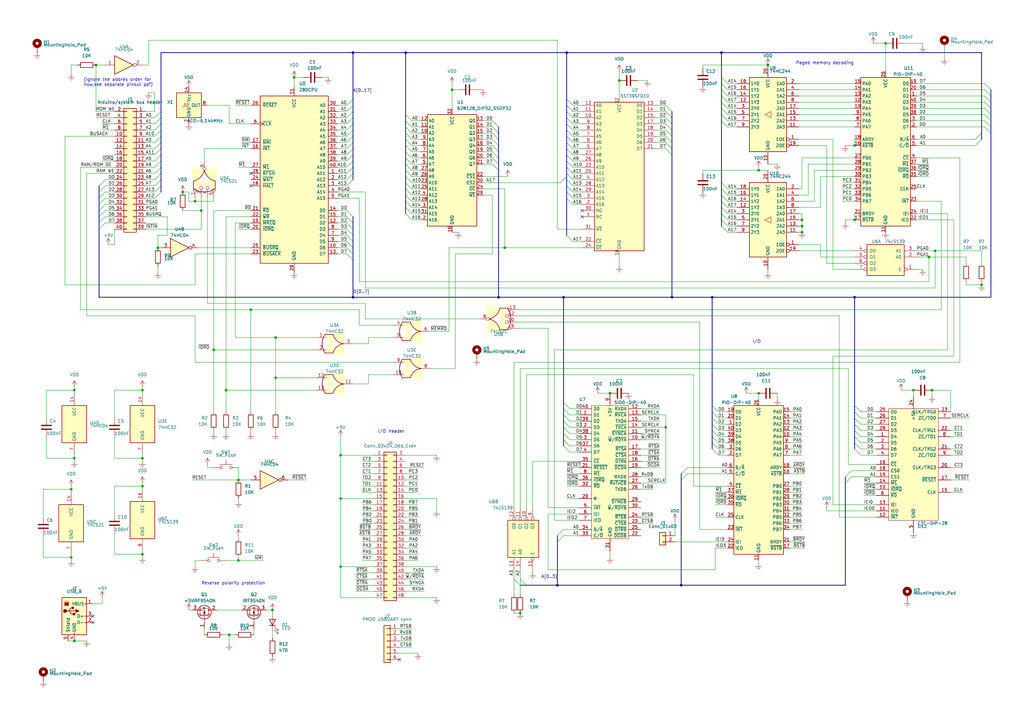
<source format=kicad_sch>
(kicad_sch (version 20220104) (generator eeschema)
  (paper "A3")
  (title_block (title "Z80 Computer main board") (date "2022-01-24") (rev "1.0") (company "Pythons inc."))
  (junction (at 314.96 26.67))
  (junction (at 111.76 250.19))
  (junction (at 82.55 86.36))
  (junction (at 213.36 251.46))
  (junction (at 383.54 102.87))
  (junction (at 402.59 116.84))
  (junction (at 102.87 127))
  (junction (at 30.48 160.02))
  (junction (at 228.6 240.03))
  (junction (at 328.93 90.17))
  (junction (at 113.03 154.94))
  (junction (at 374.65 160.02))
  (junction (at 231.14 121.92))
  (junction (at 97.79 229.87))
  (junction (at 139.7 204.47))
  (junction (at 92.71 160.02))
  (junction (at 254 33.02))
  (junction (at 58.42 227.33))
  (junction (at 232.41 21.59))
  (junction (at 328.93 92.71))
  (junction (at 29.21 200.66))
  (junction (at 30.48 262.89))
  (junction (at 80.01 82.55))
  (junction (at 30.48 187.96))
  (junction (at 250.19 161.29))
  (junction (at 58.42 187.96))
  (junction (at 279.4 240.03))
  (junction (at 97.79 196.85))
  (junction (at 207.01 101.6))
  (junction (at 139.7 186.69))
  (junction (at 74.93 78.74))
  (junction (at 58.42 160.02))
  (junction (at 350.52 90.17))
  (junction (at 382.27 160.02))
  (junction (at 166.37 21.59))
  (junction (at 311.15 161.29))
  (junction (at 93.98 260.35))
  (junction (at 328.93 95.25))
  (junction (at 64.77 101.6))
  (junction (at 58.42 199.39))
  (junction (at 381 105.41))
  (junction (at 185.42 36.83))
  (junction (at 350.52 121.92))
  (junction (at 29.21 228.6))
  (junction (at 113.03 138.43))
  (junction (at 311.15 69.85))
  (junction (at 275.59 121.92))
  (junction (at 350.52 59.69))
  (junction (at 273.05 175.26))
  (junction (at 87.63 143.51))
  (junction (at 139.7 232.41))
  (junction (at 204.47 121.92))
  (junction (at 295.91 21.59))
  (junction (at 144.78 121.92))
  (junction (at 144.78 21.59))
  (junction (at 363.22 17.78))
  (junction (at 292.1 121.92))
  (junction (at 39.37 26.67))
  (junction (at 120.65 31.75))
  (no_connect (at 238.76 86.36))
  (no_connect (at 238.76 88.9))
  (no_connect (at 102.87 71.12))
  (no_connect (at 102.87 76.2))
  (no_connect (at 38.1 252.73))
  (no_connect (at 38.1 255.27))
  (no_connect (at 163.83 270.51))
  (bus_entry (at 295.91 92.71) (size 2.54 2.54))
  (bus_entry (at 231.14 172.72) (size 2.54 2.54))
  (bus_entry (at 279.4 196.85) (size 2.54 -2.54))
  (bus_entry (at 273.05 58.42) (size 2.54 2.54))
  (bus_entry (at 295.91 82.55) (size 2.54 2.54))
  (bus_entry (at 168.91 69.85) (size -2.54 -2.54))
  (bus_entry (at 234.95 73.66) (size -2.54 -2.54))
  (bus_entry (at 166.37 85.09) (size 2.54 2.54))
  (bus_entry (at 400.05 59.69) (size 2.54 -2.54))
  (bus_entry (at 400.05 57.15) (size 2.54 -2.54))
  (bus_entry (at 168.91 64.77) (size -2.54 -2.54))
  (bus_entry (at 201.93 49.53) (size 2.54 2.54))
  (bus_entry (at 406.4 41.91) (size -2.54 -2.54))
  (bus_entry (at 142.24 71.12) (size 2.54 -2.54))
  (bus_entry (at 295.91 49.53) (size 2.54 2.54))
  (bus_entry (at 66.04 45.72) (size -2.54 2.54))
  (bus_entry (at 168.91 67.31) (size -2.54 -2.54))
  (bus_entry (at 231.14 217.17) (size -2.54 2.54))
  (bus_entry (at 231.14 219.71) (size -2.54 2.54))
  (bus_entry (at 234.95 68.58) (size -2.54 -2.54))
  (bus_entry (at 346.71 198.12) (size 2.54 -2.54))
  (bus_entry (at 292.1 181.61) (size 2.54 2.54))
  (bus_entry (at 201.93 67.31) (size 2.54 2.54))
  (bus_entry (at 142.24 58.42) (size 2.54 -2.54))
  (bus_entry (at 231.14 182.88) (size 2.54 2.54))
  (bus_entry (at 66.04 68.58) (size -2.54 2.54))
  (bus_entry (at 231.14 175.26) (size 2.54 2.54))
  (bus_entry (at 295.91 80.01) (size 2.54 2.54))
  (bus_entry (at 295.91 44.45) (size 2.54 2.54))
  (bus_entry (at 66.04 50.8) (size -2.54 2.54))
  (bus_entry (at 350.52 184.15) (size 2.54 2.54))
  (bus_entry (at 273.05 45.72) (size 2.54 2.54))
  (bus_entry (at 234.95 45.72) (size -2.54 -2.54))
  (bus_entry (at 166.37 87.63) (size 2.54 2.54))
  (bus_entry (at 142.24 53.34) (size 2.54 -2.54))
  (bus_entry (at 273.05 60.96) (size 2.54 2.54))
  (bus_entry (at 234.95 58.42) (size -2.54 -2.54))
  (bus_entry (at 213.36 240.03) (size -2.54 -2.54))
  (bus_entry (at 231.14 177.8) (size 2.54 2.54))
  (bus_entry (at 234.95 76.2) (size -2.54 -2.54))
  (bus_entry (at 40.64 91.44) (size 2.54 -2.54))
  (bus_entry (at 142.24 86.36) (size 2.54 2.54))
  (bus_entry (at 142.24 93.98) (size 2.54 2.54))
  (bus_entry (at 142.24 104.14) (size 2.54 2.54))
  (bus_entry (at 142.24 101.6) (size 2.54 2.54))
  (bus_entry (at 142.24 96.52) (size 2.54 2.54))
  (bus_entry (at 142.24 99.06) (size 2.54 2.54))
  (bus_entry (at 142.24 91.44) (size 2.54 2.54))
  (bus_entry (at 142.24 88.9) (size 2.54 2.54))
  (bus_entry (at 66.04 78.74) (size -2.54 2.54))
  (bus_entry (at 350.52 181.61) (size 2.54 2.54))
  (bus_entry (at 40.64 88.9) (size 2.54 -2.54))
  (bus_entry (at 142.24 63.5) (size 2.54 -2.54))
  (bus_entry (at 292.1 184.15) (size 2.54 2.54))
  (bus_entry (at 201.93 54.61) (size 2.54 2.54))
  (bus_entry (at 231.14 167.64) (size 2.54 2.54))
  (bus_entry (at 66.04 63.5) (size -2.54 2.54))
  (bus_entry (at 40.64 78.74) (size 2.54 -2.54))
  (bus_entry (at 292.1 168.91) (size 2.54 2.54))
  (bus_entry (at 292.1 173.99) (size 2.54 2.54))
  (bus_entry (at 295.91 74.93) (size 2.54 2.54))
  (bus_entry (at 168.91 59.69) (size -2.54 -2.54))
  (bus_entry (at 295.91 90.17) (size 2.54 2.54))
  (bus_entry (at 295.91 39.37) (size 2.54 2.54))
  (bus_entry (at 168.91 74.93) (size -2.54 -2.54))
  (bus_entry (at 292.1 176.53) (size 2.54 2.54))
  (bus_entry (at 234.95 55.88) (size -2.54 -2.54))
  (bus_entry (at 168.91 80.01) (size -2.54 -2.54))
  (bus_entry (at 168.91 62.23) (size -2.54 -2.54))
  (bus_entry (at 295.91 87.63) (size 2.54 2.54))
  (bus_entry (at 168.91 77.47) (size -2.54 -2.54))
  (bus_entry (at 66.04 48.26) (size -2.54 2.54))
  (bus_entry (at 234.95 71.12) (size -2.54 -2.54))
  (bus_entry (at 234.95 50.8) (size -2.54 -2.54))
  (bus_entry (at 201.93 64.77) (size 2.54 2.54))
  (bus_entry (at 350.52 173.99) (size 2.54 2.54))
  (bus_entry (at 234.95 60.96) (size -2.54 -2.54))
  (bus_entry (at 295.91 31.75) (size 2.54 2.54))
  (bus_entry (at 406.4 46.99) (size -2.54 -2.54))
  (bus_entry (at 273.05 43.18) (size 2.54 2.54))
  (bus_entry (at 66.04 76.2) (size -2.54 2.54))
  (bus_entry (at 273.05 50.8) (size 2.54 2.54))
  (bus_entry (at 406.4 54.61) (size -2.54 -2.54))
  (bus_entry (at 406.4 52.07) (size -2.54 -2.54))
  (bus_entry (at 40.64 93.98) (size 2.54 -2.54))
  (bus_entry (at 201.93 62.23) (size 2.54 2.54))
  (bus_entry (at 234.95 53.34) (size -2.54 -2.54))
  (bus_entry (at 234.95 63.5) (size -2.54 -2.54))
  (bus_entry (at 232.41 81.28) (size 2.54 2.54))
  (bus_entry (at 232.41 78.74) (size 2.54 2.54))
  (bus_entry (at 232.41 76.2) (size 2.54 2.54))
  (bus_entry (at 168.91 72.39) (size -2.54 -2.54))
  (bus_entry (at 231.14 165.1) (size 2.54 2.54))
  (bus_entry (at 66.04 66.04) (size -2.54 2.54))
  (bus_entry (at 229.87 74.93) (size 2.54 -2.54))
  (bus_entry (at 66.04 71.12) (size -2.54 2.54))
  (bus_entry (at 273.05 53.34) (size 2.54 2.54))
  (bus_entry (at 231.14 170.18) (size 2.54 2.54))
  (bus_entry (at 350.52 176.53) (size 2.54 2.54))
  (bus_entry (at 292.1 166.37) (size 2.54 2.54))
  (bus_entry (at 168.91 54.61) (size -2.54 -2.54))
  (bus_entry (at 234.95 66.04) (size -2.54 -2.54))
  (bus_entry (at 168.91 49.53) (size -2.54 -2.54))
  (bus_entry (at 350.52 179.07) (size 2.54 2.54))
  (bus_entry (at 295.91 46.99) (size 2.54 2.54))
  (bus_entry (at 295.91 85.09) (size 2.54 2.54))
  (bus_entry (at 215.9 240.03) (size -2.54 -2.54))
  (bus_entry (at 142.24 45.72) (size 2.54 -2.54))
  (bus_entry (at 350.52 171.45) (size 2.54 2.54))
  (bus_entry (at 292.1 179.07) (size 2.54 2.54))
  (bus_entry (at 142.24 76.2) (size 2.54 -2.54))
  (bus_entry (at 66.04 53.34) (size -2.54 2.54))
  (bus_entry (at 168.91 52.07) (size -2.54 -2.54))
  (bus_entry (at 40.64 81.28) (size 2.54 -2.54))
  (bus_entry (at 234.95 43.18) (size -2.54 -2.54))
  (bus_entry (at 40.64 83.82) (size 2.54 -2.54))
  (bus_entry (at 66.04 73.66) (size -2.54 2.54))
  (bus_entry (at 279.4 194.31) (size 2.54 -2.54))
  (bus_entry (at 66.04 60.96) (size -2.54 2.54))
  (bus_entry (at 406.4 39.37) (size -2.54 -2.54))
  (bus_entry (at 66.04 55.88) (size -2.54 2.54))
  (bus_entry (at 201.93 57.15) (size 2.54 2.54))
  (bus_entry (at 232.41 96.52) (size 2.54 2.54))
  (bus_entry (at 168.91 82.55) (size -2.54 -2.54))
  (bus_entry (at 142.24 73.66) (size 2.54 -2.54))
  (bus_entry (at 350.52 166.37) (size 2.54 2.54))
  (bus_entry (at 142.24 55.88) (size 2.54 -2.54))
  (bus_entry (at 166.37 82.55) (size 2.54 2.54))
  (bus_entry (at 142.24 43.18) (size 2.54 -2.54))
  (bus_entry (at 273.05 48.26) (size 2.54 2.54))
  (bus_entry (at 40.64 86.36) (size 2.54 -2.54))
  (bus_entry (at 406.4 36.83) (size -2.54 -2.54))
  (bus_entry (at 142.24 66.04) (size 2.54 -2.54))
  (bus_entry (at 142.24 50.8) (size 2.54 -2.54))
  (bus_entry (at 295.91 34.29) (size 2.54 2.54))
  (bus_entry (at 295.91 77.47) (size 2.54 2.54))
  (bus_entry (at 231.14 180.34) (size 2.54 2.54))
  (bus_entry (at 168.91 57.15) (size -2.54 -2.54))
  (bus_entry (at 142.24 48.26) (size 2.54 -2.54))
  (bus_entry (at 234.95 48.26) (size -2.54 -2.54))
  (bus_entry (at 292.1 171.45) (size 2.54 2.54))
  (bus_entry (at 40.64 76.2) (size 2.54 -2.54))
  (bus_entry (at 142.24 60.96) (size 2.54 -2.54))
  (bus_entry (at 406.4 44.45) (size -2.54 -2.54))
  (bus_entry (at 295.91 41.91) (size 2.54 2.54))
  (bus_entry (at 406.4 49.53) (size -2.54 -2.54))
  (bus_entry (at 350.52 168.91) (size 2.54 2.54))
  (bus_entry (at 66.04 58.42) (size -2.54 2.54))
  (bus_entry (at 346.71 195.58) (size 2.54 -2.54))
  (bus_entry (at 201.93 52.07) (size 2.54 2.54))
  (bus_entry (at 295.91 36.83) (size 2.54 2.54))
  (bus_entry (at 142.24 68.58) (size 2.54 -2.54))
  (bus_entry (at 201.93 59.69) (size 2.54 2.54))
  (bus_entry (at 273.05 55.88) (size 2.54 2.54))
  (wire (pts (xy 77.47 82.55) (xy 77.47 78.74)))
  (wire (pts (xy 30.48 189.23) (xy 30.48 187.96)))
  (wire (pts (xy 60.96 38.1) (xy 63.5 38.1)))
  (wire (pts (xy 46.99 227.33) (xy 58.42 227.33)))
  (wire (pts (xy 298.45 92.71) (xy 302.26 92.71)))
  (wire (pts (xy 318.77 161.29) (xy 318.77 163.83)))
  (wire (pts (xy 97.79 93.98) (xy 102.87 93.98)))
  (wire (pts (xy 396.24 115.57) (xy 396.24 116.84)))
  (wire (pts (xy 147.32 115.57) (xy 147.32 81.28)))
  (bus (pts (xy 346.71 198.12) (xy 346.71 240.03)))
  (bus (pts (xy 232.41 45.72) (xy 232.41 43.18)))
  (wire (pts (xy 185.42 34.29) (xy 185.42 36.83)))
  (wire (pts (xy 323.85 207.01) (xy 328.93 207.01)))
  (wire (pts (xy 26.67 116.84) (xy 26.67 55.88)))
  (wire (pts (xy 213.36 151.13) (xy 347.98 151.13)))
  (wire (pts (xy 168.91 49.53) (xy 172.72 49.53)))
  (bus (pts (xy 295.91 36.83) (xy 295.91 39.37)))
  (wire (pts (xy 334.01 69.85) (xy 350.52 69.85)))
  (wire (pts (xy 369.57 160.02) (xy 374.65 160.02)))
  (wire (pts (xy 17.78 219.71) (xy 17.78 228.6)))
  (wire (pts (xy 269.24 48.26) (xy 273.05 48.26)))
  (wire (pts (xy 59.69 53.34) (xy 63.5 53.34)))
  (wire (pts (xy 237.49 170.18) (xy 233.68 170.18)))
  (wire (pts (xy 237.49 175.26) (xy 233.68 175.26)))
  (wire (pts (xy 336.55 100.33) (xy 327.66 100.33)))
  (wire (pts (xy 381 72.39) (xy 375.92 72.39)))
  (wire (pts (xy 346.71 90.17) (xy 350.52 90.17)))
  (wire (pts (xy 269.24 45.72) (xy 273.05 45.72)))
  (wire (pts (xy 328.93 90.17) (xy 328.93 92.71)))
  (wire (pts (xy 64.77 83.82) (xy 59.69 83.82)))
  (wire (pts (xy 375.92 46.99) (xy 403.86 46.99)))
  (wire (pts (xy 82.55 86.36) (xy 82.55 93.98)))
  (bus (pts (xy 232.41 58.42) (xy 232.41 55.88)))
  (wire (pts (xy 234.95 83.82) (xy 238.76 83.82)))
  (wire (pts (xy 198.12 62.23) (xy 201.93 62.23)))
  (bus (pts (xy 40.64 81.28) (xy 40.64 83.82)))
  (wire (pts (xy 153.67 224.79) (xy 148.59 224.79)))
  (wire (pts (xy 227.33 143.51) (xy 227.33 213.36)))
  (bus (pts (xy 275.59 55.88) (xy 275.59 58.42)))
  (bus (pts (xy 295.91 49.53) (xy 295.91 74.93)))
  (wire (pts (xy 339.09 107.95) (xy 350.52 107.95)))
  (wire (pts (xy 336.55 72.39) (xy 350.52 72.39)))
  (bus (pts (xy 232.41 63.5) (xy 232.41 60.96)))
  (wire (pts (xy 43.18 76.2) (xy 46.99 76.2)))
  (bus (pts (xy 295.91 77.47) (xy 295.91 80.01)))
  (wire (pts (xy 43.18 91.44) (xy 46.99 91.44)))
  (wire (pts (xy 80.01 232.41) (xy 80.01 229.87)))
  (wire (pts (xy 38.1 247.65) (xy 41.91 247.65)))
  (wire (pts (xy 59.69 81.28) (xy 63.5 81.28)))
  (bus (pts (xy 275.59 60.96) (xy 275.59 63.5)))
  (wire (pts (xy 402.59 107.95) (xy 402.59 102.87)))
  (bus (pts (xy 40.64 91.44) (xy 40.64 93.98)))
  (wire (pts (xy 139.7 204.47) (xy 139.7 232.41)))
  (wire (pts (xy 306.07 161.29) (xy 311.15 161.29)))
  (bus (pts (xy 144.78 63.5) (xy 144.78 60.96)))
  (bus (pts (xy 66.04 63.5) (xy 66.04 66.04)))
  (wire (pts (xy 262.89 172.72) (xy 270.51 172.72)))
  (wire (pts (xy 298.45 87.63) (xy 302.26 87.63)))
  (bus (pts (xy 275.59 50.8) (xy 275.59 53.34)))
  (wire (pts (xy 397.51 196.85) (xy 389.89 196.85)))
  (wire (pts (xy 298.45 77.47) (xy 302.26 77.47)))
  (wire (pts (xy 58.42 199.39) (xy 58.42 200.66)))
  (wire (pts (xy 224.79 134.62) (xy 212.09 134.62)))
  (wire (pts (xy 328.93 199.39) (xy 323.85 199.39)))
  (wire (pts (xy 87.63 176.53) (xy 87.63 177.8)))
  (wire (pts (xy 58.42 198.12) (xy 58.42 199.39)))
  (bus (pts (xy 295.91 31.75) (xy 295.91 34.29)))
  (wire (pts (xy 345.44 80.01) (xy 350.52 80.01)))
  (wire (pts (xy 339.09 208.28) (xy 339.09 209.55)))
  (wire (pts (xy 347.98 151.13) (xy 347.98 190.5)))
  (wire (pts (xy 323.85 204.47) (xy 328.93 204.47)))
  (bus (pts (xy 295.91 90.17) (xy 295.91 92.71)))
  (wire (pts (xy 210.82 237.49) (xy 210.82 243.84)))
  (wire (pts (xy 59.69 48.26) (xy 63.5 48.26)))
  (bus (pts (xy 232.41 73.66) (xy 232.41 72.39)))
  (wire (pts (xy 58.42 189.23) (xy 58.42 187.96)))
  (bus (pts (xy 166.37 49.53) (xy 166.37 46.99)))
  (wire (pts (xy 288.29 71.12) (xy 288.29 69.85)))
  (wire (pts (xy 80.01 229.87) (xy 82.55 229.87)))
  (wire (pts (xy 344.17 129.54) (xy 344.17 212.09)))
  (wire (pts (xy 375.92 39.37) (xy 403.86 39.37)))
  (bus (pts (xy 166.37 85.09) (xy 166.37 87.63)))
  (bus (pts (xy 144.78 96.52) (xy 144.78 99.06)))
  (bus (pts (xy 40.64 76.2) (xy 40.64 78.74)))
  (wire (pts (xy 142.24 76.2) (xy 138.43 76.2)))
  (wire (pts (xy 386.08 127) (xy 212.09 127)))
  (wire (pts (xy 262.89 175.26) (xy 273.05 175.26)))
  (wire (pts (xy 186.69 104.14) (xy 186.69 151.13)))
  (wire (pts (xy 232.41 194.31) (xy 237.49 194.31)))
  (wire (pts (xy 288.29 27.94) (xy 288.29 26.67)))
  (wire (pts (xy 139.7 179.07) (xy 139.7 186.69)))
  (wire (pts (xy 269.24 50.8) (xy 273.05 50.8)))
  (wire (pts (xy 85.09 124.46) (xy 149.86 124.46)))
  (bus (pts (xy 144.78 60.96) (xy 144.78 58.42)))
  (wire (pts (xy 91.44 260.35) (xy 93.98 260.35)))
  (bus (pts (xy 166.37 69.85) (xy 166.37 67.31)))
  (wire (pts (xy 64.77 96.52) (xy 64.77 101.6)))
  (wire (pts (xy 341.63 110.49) (xy 350.52 110.49)))
  (wire (pts (xy 201.93 104.14) (xy 186.69 104.14)))
  (bus (pts (xy 295.91 34.29) (xy 295.91 36.83)))
  (wire (pts (xy 58.42 26.67) (xy 60.96 26.67)))
  (bus (pts (xy 228.6 219.71) (xy 228.6 222.25)))
  (wire (pts (xy 234.95 53.34) (xy 238.76 53.34)))
  (wire (pts (xy 111.76 261.62) (xy 111.76 259.08)))
  (wire (pts (xy 168.91 260.35) (xy 163.83 260.35)))
  (wire (pts (xy 92.71 160.02) (xy 129.54 160.02)))
  (bus (pts (xy 292.1 168.91) (xy 292.1 171.45)))
  (wire (pts (xy 298.45 80.01) (xy 302.26 80.01)))
  (wire (pts (xy 59.69 78.74) (xy 63.5 78.74)))
  (wire (pts (xy 147.32 133.35) (xy 147.32 127)))
  (bus (pts (xy 144.78 58.42) (xy 144.78 55.88)))
  (wire (pts (xy 232.41 196.85) (xy 237.49 196.85)))
  (wire (pts (xy 138.43 104.14) (xy 142.24 104.14)))
  (wire (pts (xy 383.54 118.11) (xy 383.54 102.87)))
  (bus (pts (xy 295.91 80.01) (xy 295.91 82.55)))
  (wire (pts (xy 298.45 85.09) (xy 302.26 85.09)))
  (wire (pts (xy 327.66 82.55) (xy 334.01 82.55)))
  (wire (pts (xy 328.93 92.71) (xy 327.66 92.71)))
  (wire (pts (xy 58.42 227.33) (xy 58.42 226.06)))
  (wire (pts (xy 293.37 233.68) (xy 293.37 224.79)))
  (wire (pts (xy 92.71 229.87) (xy 97.79 229.87)))
  (wire (pts (xy 151.13 138.43) (xy 161.29 138.43)))
  (bus (pts (xy 231.14 165.1) (xy 231.14 167.64)))
  (wire (pts (xy 153.67 240.03) (xy 146.05 240.03)))
  (wire (pts (xy 80.01 82.55) (xy 80.01 81.28)))
  (bus (pts (xy 66.04 50.8) (xy 66.04 53.34)))
  (bus (pts (xy 204.47 64.77) (xy 204.47 67.31)))
  (wire (pts (xy 254 33.02) (xy 254 40.64)))
  (wire (pts (xy 139.7 186.69) (xy 139.7 204.47)))
  (bus (pts (xy 406.4 44.45) (xy 406.4 41.91)))
  (wire (pts (xy 29.21 228.6) (xy 29.21 227.33)))
  (bus (pts (xy 292.1 171.45) (xy 292.1 173.99)))
  (wire (pts (xy 314.96 67.31) (xy 318.77 67.31)))
  (wire (pts (xy 234.95 50.8) (xy 238.76 50.8)))
  (wire (pts (xy 59.69 93.98) (xy 82.55 93.98)))
  (wire (pts (xy 166.37 240.03) (xy 173.99 240.03)))
  (wire (pts (xy 132.08 31.75) (xy 134.62 31.75)))
  (wire (pts (xy 218.44 234.95) (xy 218.44 233.68)))
  (wire (pts (xy 148.59 201.93) (xy 153.67 201.93)))
  (wire (pts (xy 29.21 229.87) (xy 29.21 228.6)))
  (wire (pts (xy 93.98 43.18) (xy 93.98 50.8)))
  (bus (pts (xy 232.41 76.2) (xy 232.41 78.74)))
  (wire (pts (xy 311.15 161.29) (xy 311.15 163.83)))
  (wire (pts (xy 381 115.57) (xy 147.32 115.57)))
  (wire (pts (xy 394.97 179.07) (xy 389.89 179.07)))
  (wire (pts (xy 323.85 214.63) (xy 328.93 214.63)))
  (wire (pts (xy 298.45 36.83) (xy 302.26 36.83)))
  (bus (pts (xy 66.04 58.42) (xy 66.04 60.96)))
  (wire (pts (xy 232.41 204.47) (xy 237.49 204.47)))
  (wire (pts (xy 17.78 228.6) (xy 29.21 228.6)))
  (wire (pts (xy 288.29 69.85) (xy 311.15 69.85)))
  (wire (pts (xy 281.94 194.31) (xy 298.45 194.31)))
  (wire (pts (xy 39.37 26.67) (xy 43.18 26.67)))
  (wire (pts (xy 148.59 214.63) (xy 153.67 214.63)))
  (wire (pts (xy 168.91 257.81) (xy 163.83 257.81)))
  (wire (pts (xy 43.18 88.9) (xy 46.99 88.9)))
  (wire (pts (xy 166.37 229.87) (xy 171.45 229.87)))
  (wire (pts (xy 394.97 186.69) (xy 389.89 186.69)))
  (wire (pts (xy 168.91 69.85) (xy 172.72 69.85)))
  (wire (pts (xy 43.18 86.36) (xy 46.99 86.36)))
  (bus (pts (xy 66.04 48.26) (xy 66.04 50.8)))
  (wire (pts (xy 172.72 219.71) (xy 166.37 219.71)))
  (bus (pts (xy 232.41 81.28) (xy 232.41 96.52)))
  (wire (pts (xy 153.67 212.09) (xy 148.59 212.09)))
  (wire (pts (xy 198.12 64.77) (xy 201.93 64.77)))
  (wire (pts (xy 402.59 102.87) (xy 383.54 102.87)))
  (wire (pts (xy 168.91 74.93) (xy 172.72 74.93)))
  (bus (pts (xy 402.59 21.59) (xy 402.59 54.61)))
  (wire (pts (xy 171.45 201.93) (xy 166.37 201.93)))
  (wire (pts (xy 330.2 191.77) (xy 323.85 191.77)))
  (wire (pts (xy 328.93 64.77) (xy 350.52 64.77)))
  (wire (pts (xy 29.21 30.48) (xy 29.21 26.67)))
  (wire (pts (xy 168.91 62.23) (xy 172.72 62.23)))
  (wire (pts (xy 80.01 82.55) (xy 77.47 82.55)))
  (wire (pts (xy 298.45 173.99) (xy 294.64 173.99)))
  (wire (pts (xy 359.41 168.91) (xy 353.06 168.91)))
  (wire (pts (xy 168.91 54.61) (xy 172.72 54.61)))
  (wire (pts (xy 80.01 129.54) (xy 35.56 129.54)))
  (bus (pts (xy 350.52 173.99) (xy 350.52 176.53)))
  (wire (pts (xy 138.43 101.6) (xy 142.24 101.6)))
  (wire (pts (xy 35.56 71.12) (xy 35.56 129.54)))
  (wire (pts (xy 328.93 77.47) (xy 327.66 77.47)))
  (wire (pts (xy 298.45 52.07) (xy 302.26 52.07)))
  (wire (pts (xy 327.66 41.91) (xy 350.52 41.91)))
  (bus (pts (xy 40.64 78.74) (xy 40.64 81.28)))
  (wire (pts (xy 224.79 233.68) (xy 293.37 233.68)))
  (wire (pts (xy 288.29 26.67) (xy 314.96 26.67)))
  (bus (pts (xy 231.14 180.34) (xy 231.14 182.88)))
  (wire (pts (xy 33.02 68.58) (xy 46.99 68.58)))
  (wire (pts (xy 80.01 104.14) (xy 80.01 116.84)))
  (wire (pts (xy 224.79 210.82) (xy 224.79 233.68)))
  (wire (pts (xy 215.9 153.67) (xy 284.48 153.67)))
  (wire (pts (xy 210.82 251.46) (xy 213.36 251.46)))
  (bus (pts (xy 275.59 58.42) (xy 275.59 60.96)))
  (wire (pts (xy 354.33 198.12) (xy 359.41 198.12)))
  (bus (pts (xy 166.37 52.07) (xy 166.37 49.53)))
  (wire (pts (xy 237.49 167.64) (xy 233.68 167.64)))
  (wire (pts (xy 298.45 95.25) (xy 302.26 95.25)))
  (wire (pts (xy 213.36 151.13) (xy 213.36 208.28)))
  (wire (pts (xy 166.37 196.85) (xy 171.45 196.85)))
  (wire (pts (xy 323.85 179.07) (xy 328.93 179.07)))
  (wire (pts (xy 166.37 224.79) (xy 171.45 224.79)))
  (bus (pts (xy 350.52 171.45) (xy 350.52 173.99)))
  (wire (pts (xy 168.91 72.39) (xy 172.72 72.39)))
  (wire (pts (xy 234.95 60.96) (xy 238.76 60.96)))
  (wire (pts (xy 113.03 154.94) (xy 129.54 154.94)))
  (wire (pts (xy 80.01 104.14) (xy 102.87 104.14)))
  (bus (pts (xy 166.37 74.93) (xy 166.37 72.39)))
  (wire (pts (xy 262.89 184.15) (xy 270.51 184.15)))
  (wire (pts (xy 138.43 86.36) (xy 142.24 86.36)))
  (bus (pts (xy 166.37 21.59) (xy 232.41 21.59)))
  (bus (pts (xy 144.78 101.6) (xy 144.78 104.14)))
  (wire (pts (xy 269.24 53.34) (xy 273.05 53.34)))
  (wire (pts (xy 68.58 96.52) (xy 64.77 96.52)))
  (wire (pts (xy 213.36 237.49) (xy 213.36 240.03)))
  (wire (pts (xy 166.37 242.57) (xy 173.99 242.57)))
  (bus (pts (xy 144.78 106.68) (xy 144.78 121.92)))
  (bus (pts (xy 406.4 39.37) (xy 406.4 36.83)))
  (wire (pts (xy 168.91 59.69) (xy 172.72 59.69)))
  (wire (pts (xy 207.01 77.47) (xy 198.12 77.47)))
  (wire (pts (xy 298.45 199.39) (xy 284.48 199.39)))
  (wire (pts (xy 46.99 71.12) (xy 35.56 71.12)))
  (wire (pts (xy 293.37 204.47) (xy 298.45 204.47)))
  (wire (pts (xy 142.24 53.34) (xy 138.43 53.34)))
  (wire (pts (xy 363.22 17.78) (xy 363.22 29.21)))
  (wire (pts (xy 41.91 66.04) (xy 46.99 66.04)))
  (bus (pts (xy 350.52 179.07) (xy 350.52 181.61)))
  (wire (pts (xy 85.09 81.28) (xy 85.09 124.46)))
  (wire (pts (xy 185.42 36.83) (xy 185.42 44.45)))
  (wire (pts (xy 185.42 36.83) (xy 187.96 36.83)))
  (wire (pts (xy 234.95 73.66) (xy 238.76 73.66)))
  (wire (pts (xy 336.55 105.41) (xy 336.55 100.33)))
  (bus (pts (xy 166.37 77.47) (xy 166.37 74.93)))
  (wire (pts (xy 328.93 95.25) (xy 327.66 95.25)))
  (wire (pts (xy 231.14 217.17) (xy 237.49 217.17)))
  (wire (pts (xy 234.95 71.12) (xy 238.76 71.12)))
  (wire (pts (xy 267.97 212.09) (xy 262.89 212.09)))
  (wire (pts (xy 60.96 26.67) (xy 60.96 16.51)))
  (wire (pts (xy 287.02 132.08) (xy 287.02 217.17)))
  (wire (pts (xy 298.45 46.99) (xy 302.26 46.99)))
  (bus (pts (xy 231.14 177.8) (xy 231.14 180.34)))
  (wire (pts (xy 341.63 146.05) (xy 341.63 207.01)))
  (wire (pts (xy 328.93 87.63) (xy 328.93 90.17)))
  (wire (pts (xy 234.95 81.28) (xy 238.76 81.28)))
  (wire (pts (xy 323.85 173.99) (xy 328.93 173.99)))
  (wire (pts (xy 30.48 160.02) (xy 19.05 160.02)))
  (wire (pts (xy 46.99 199.39) (xy 46.99 210.82)))
  (wire (pts (xy 331.47 80.01) (xy 327.66 80.01)))
  (wire (pts (xy 59.69 88.9) (xy 68.58 88.9)))
  (bus (pts (xy 66.04 73.66) (xy 66.04 76.2)))
  (bus (pts (xy 232.41 72.39) (xy 232.41 71.12)))
  (bus (pts (xy 144.78 43.18) (xy 144.78 40.64)))
  (wire (pts (xy 153.67 207.01) (xy 148.59 207.01)))
  (wire (pts (xy 284.48 199.39) (xy 284.48 153.67)))
  (bus (pts (xy 346.71 198.12) (xy 346.71 195.58)))
  (wire (pts (xy 346.71 91.44) (xy 346.71 90.17)))
  (wire (pts (xy 87.63 81.28) (xy 87.63 82.55)))
  (bus (pts (xy 232.41 71.12) (xy 232.41 68.58)))
  (wire (pts (xy 93.98 50.8) (xy 102.87 50.8)))
  (wire (pts (xy 224.79 210.82) (xy 237.49 210.82)))
  (wire (pts (xy 97.79 191.77) (xy 97.79 196.85)))
  (wire (pts (xy 153.67 234.95) (xy 146.05 234.95)))
  (wire (pts (xy 149.86 118.11) (xy 383.54 118.11)))
  (bus (pts (xy 292.1 121.92) (xy 292.1 166.37)))
  (wire (pts (xy 59.69 73.66) (xy 63.5 73.66)))
  (bus (pts (xy 295.91 46.99) (xy 295.91 49.53)))
  (bus (pts (xy 231.14 121.92) (xy 275.59 121.92)))
  (wire (pts (xy 138.43 96.52) (xy 142.24 96.52)))
  (wire (pts (xy 166.37 214.63) (xy 171.45 214.63)))
  (wire (pts (xy 234.95 76.2) (xy 238.76 76.2)))
  (wire (pts (xy 262.89 189.23) (xy 270.51 189.23)))
  (bus (pts (xy 144.78 104.14) (xy 144.78 106.68)))
  (wire (pts (xy 328.93 87.63) (xy 327.66 87.63)))
  (wire (pts (xy 30.48 160.02) (xy 30.48 161.29)))
  (wire (pts (xy 166.37 212.09) (xy 171.45 212.09)))
  (wire (pts (xy 345.44 82.55) (xy 350.52 82.55)))
  (wire (pts (xy 327.66 46.99) (xy 350.52 46.99)))
  (wire (pts (xy 58.42 199.39) (xy 46.99 199.39)))
  (wire (pts (xy 213.36 240.03) (xy 213.36 243.84)))
  (bus (pts (xy 232.41 60.96) (xy 232.41 58.42)))
  (wire (pts (xy 142.24 58.42) (xy 138.43 58.42)))
  (wire (pts (xy 323.85 184.15) (xy 328.93 184.15)))
  (wire (pts (xy 298.45 39.37) (xy 302.26 39.37)))
  (wire (pts (xy 269.24 58.42) (xy 273.05 58.42)))
  (wire (pts (xy 39.37 26.67) (xy 39.37 45.72)))
  (wire (pts (xy 148.59 189.23) (xy 153.67 189.23)))
  (bus (pts (xy 292.1 173.99) (xy 292.1 176.53)))
  (wire (pts (xy 276.86 213.36) (xy 276.86 219.71)))
  (wire (pts (xy 87.63 143.51) (xy 129.54 143.51)))
  (wire (pts (xy 153.67 242.57) (xy 146.05 242.57)))
  (wire (pts (xy 323.85 176.53) (xy 328.93 176.53)))
  (wire (pts (xy 142.24 68.58) (xy 138.43 68.58)))
  (wire (pts (xy 26.67 55.88) (xy 46.99 55.88)))
  (wire (pts (xy 267.97 200.66) (xy 262.89 200.66)))
  (bus (pts (xy 350.52 121.92) (xy 406.4 121.92)))
  (bus (pts (xy 295.91 85.09) (xy 295.91 87.63)))
  (wire (pts (xy 179.07 204.47) (xy 179.07 209.55)))
  (wire (pts (xy 298.45 90.17) (xy 302.26 90.17)))
  (bus (pts (xy 144.78 55.88) (xy 144.78 53.34)))
  (wire (pts (xy 102.87 176.53) (xy 102.87 177.8)))
  (wire (pts (xy 375.92 41.91) (xy 403.86 41.91)))
  (wire (pts (xy 293.37 207.01) (xy 298.45 207.01)))
  (wire (pts (xy 166.37 186.69) (xy 179.07 186.69)))
  (wire (pts (xy 46.99 187.96) (xy 58.42 187.96)))
  (bus (pts (xy 144.78 88.9) (xy 144.78 91.44)))
  (wire (pts (xy 358.14 17.78) (xy 363.22 17.78)))
  (wire (pts (xy 46.99 218.44) (xy 46.99 227.33)))
  (bus (pts (xy 231.14 175.26) (xy 231.14 177.8)))
  (bus (pts (xy 232.41 66.04) (xy 232.41 63.5)))
  (wire (pts (xy 33.02 68.58) (xy 33.02 127)))
  (wire (pts (xy 168.91 57.15) (xy 172.72 57.15)))
  (wire (pts (xy 58.42 160.02) (xy 58.42 161.29)))
  (bus (pts (xy 232.41 55.88) (xy 232.41 53.34)))
  (wire (pts (xy 327.66 52.07) (xy 350.52 52.07)))
  (wire (pts (xy 148.59 191.77) (xy 153.67 191.77)))
  (wire (pts (xy 17.78 200.66) (xy 17.78 212.09)))
  (bus (pts (xy 292.1 181.61) (xy 292.1 184.15)))
  (wire (pts (xy 82.55 81.28) (xy 82.55 86.36)))
  (wire (pts (xy 330.2 194.31) (xy 323.85 194.31)))
  (wire (pts (xy 148.59 196.85) (xy 153.67 196.85)))
  (wire (pts (xy 144.78 157.48) (xy 151.13 157.48)))
  (wire (pts (xy 234.95 66.04) (xy 238.76 66.04)))
  (wire (pts (xy 138.43 91.44) (xy 142.24 91.44)))
  (wire (pts (xy 262.89 186.69) (xy 270.51 186.69)))
  (wire (pts (xy 77.47 78.74) (xy 74.93 78.74)))
  (wire (pts (xy 381 69.85) (xy 375.92 69.85)))
  (wire (pts (xy 391.16 146.05) (xy 341.63 146.05)))
  (wire (pts (xy 92.71 176.53) (xy 92.71 177.8)))
  (wire (pts (xy 113.03 138.43) (xy 113.03 154.94)))
  (wire (pts (xy 210.82 148.59) (xy 210.82 208.28)))
  (wire (pts (xy 85.09 43.18) (xy 93.98 43.18)))
  (wire (pts (xy 46.99 45.72) (xy 39.37 45.72)))
  (wire (pts (xy 59.69 68.58) (xy 63.5 68.58)))
  (bus (pts (xy 295.91 21.59) (xy 402.59 21.59)))
  (wire (pts (xy 142.24 66.04) (xy 138.43 66.04)))
  (wire (pts (xy 92.71 88.9) (xy 102.87 88.9)))
  (wire (pts (xy 298.45 49.53) (xy 302.26 49.53)))
  (wire (pts (xy 323.85 186.69) (xy 328.93 186.69)))
  (wire (pts (xy 166.37 232.41) (xy 179.07 232.41)))
  (bus (pts (xy 144.78 91.44) (xy 144.78 93.98)))
  (wire (pts (xy 198.12 52.07) (xy 201.93 52.07)))
  (wire (pts (xy 293.37 224.79) (xy 298.45 224.79)))
  (bus (pts (xy 66.04 66.04) (xy 66.04 68.58)))
  (wire (pts (xy 234.95 78.74) (xy 238.76 78.74)))
  (wire (pts (xy 166.37 199.39) (xy 171.45 199.39)))
  (wire (pts (xy 375.92 57.15) (xy 400.05 57.15)))
  (wire (pts (xy 43.18 78.74) (xy 46.99 78.74)))
  (wire (pts (xy 153.67 209.55) (xy 148.59 209.55)))
  (wire (pts (xy 29.21 26.67) (xy 31.75 26.67)))
  (bus (pts (xy 292.1 166.37) (xy 292.1 168.91)))
  (wire (pts (xy 161.29 133.35) (xy 147.32 133.35)))
  (bus (pts (xy 215.9 240.03) (xy 228.6 240.03)))
  (bus (pts (xy 232.41 50.8) (xy 232.41 48.26)))
  (wire (pts (xy 138.43 78.74) (xy 149.86 78.74)))
  (wire (pts (xy 139.7 186.69) (xy 153.67 186.69)))
  (wire (pts (xy 118.11 196.85) (xy 125.73 196.85)))
  (wire (pts (xy 30.48 158.75) (xy 30.48 160.02)))
  (wire (pts (xy 375.92 44.45) (xy 403.86 44.45)))
  (wire (pts (xy 228.6 93.98) (xy 238.76 93.98)))
  (wire (pts (xy 184.15 101.6) (xy 207.01 101.6)))
  (wire (pts (xy 58.42 160.02) (xy 46.99 160.02)))
  (wire (pts (xy 323.85 217.17) (xy 328.93 217.17)))
  (wire (pts (xy 80.01 116.84) (xy 26.67 116.84)))
  (wire (pts (xy 298.45 82.55) (xy 302.26 82.55)))
  (wire (pts (xy 375.92 36.83) (xy 403.86 36.83)))
  (wire (pts (xy 212.09 129.54) (xy 344.17 129.54)))
  (wire (pts (xy 198.12 74.93) (xy 229.87 74.93)))
  (wire (pts (xy 228.6 16.51) (xy 228.6 93.98)))
  (wire (pts (xy 375.92 59.69) (xy 400.05 59.69)))
  (bus (pts (xy 346.71 240.03) (xy 279.4 240.03)))
  (wire (pts (xy 269.24 60.96) (xy 273.05 60.96)))
  (wire (pts (xy 314.96 110.49) (xy 314.96 111.76)))
  (wire (pts (xy 375.92 49.53) (xy 403.86 49.53)))
  (wire (pts (xy 389.89 160.02) (xy 382.27 160.02)))
  (wire (pts (xy 370.84 17.78) (xy 378.46 17.78)))
  (wire (pts (xy 298.45 186.69) (xy 294.64 186.69)))
  (wire (pts (xy 298.45 179.07) (xy 294.64 179.07)))
  (bus (pts (xy 350.52 181.61) (xy 350.52 184.15)))
  (wire (pts (xy 327.66 44.45) (xy 350.52 44.45)))
  (bus (pts (xy 40.64 121.92) (xy 144.78 121.92)))
  (wire (pts (xy 96.52 91.44) (xy 96.52 138.43)))
  (wire (pts (xy 323.85 201.93) (xy 328.93 201.93)))
  (wire (pts (xy 394.97 176.53) (xy 389.89 176.53)))
  (bus (pts (xy 350.52 176.53) (xy 350.52 179.07)))
  (wire (pts (xy 168.91 80.01) (xy 172.72 80.01)))
  (bus (pts (xy 279.4 194.31) (xy 279.4 196.85)))
  (wire (pts (xy 396.24 116.84) (xy 402.59 116.84)))
  (wire (pts (xy 85.09 191.77) (xy 87.63 191.77)))
  (wire (pts (xy 359.41 171.45) (xy 353.06 171.45)))
  (wire (pts (xy 267.97 214.63) (xy 262.89 214.63)))
  (wire (pts (xy 168.91 77.47) (xy 172.72 77.47)))
  (wire (pts (xy 234.95 63.5) (xy 238.76 63.5)))
  (wire (pts (xy 331.47 67.31) (xy 331.47 80.01)))
  (bus (pts (xy 144.78 93.98) (xy 144.78 96.52)))
  (wire (pts (xy 378.46 17.78) (xy 378.46 19.05)))
  (wire (pts (xy 388.62 143.51) (xy 227.33 143.51)))
  (wire (pts (xy 92.71 160.02) (xy 92.71 168.91)))
  (wire (pts (xy 224.79 208.28) (xy 224.79 134.62)))
  (wire (pts (xy 142.24 45.72) (xy 138.43 45.72)))
  (wire (pts (xy 124.46 31.75) (xy 120.65 31.75)))
  (wire (pts (xy 113.03 154.94) (xy 113.03 168.91)))
  (wire (pts (xy 58.42 187.96) (xy 58.42 186.69)))
  (bus (pts (xy 166.37 21.59) (xy 166.37 46.99)))
  (wire (pts (xy 97.79 229.87) (xy 97.79 228.6)))
  (wire (pts (xy 218.44 189.23) (xy 237.49 189.23)))
  (bus (pts (xy 406.4 54.61) (xy 406.4 52.07)))
  (wire (pts (xy 396.24 107.95) (xy 396.24 105.41)))
  (wire (pts (xy 151.13 140.97) (xy 151.13 138.43)))
  (wire (pts (xy 142.24 63.5) (xy 138.43 63.5)))
  (wire (pts (xy 262.89 167.64) (xy 270.51 167.64)))
  (wire (pts (xy 81.28 101.6) (xy 102.87 101.6)))
  (wire (pts (xy 58.42 228.6) (xy 58.42 227.33)))
  (bus (pts (xy 144.78 45.72) (xy 144.78 43.18)))
  (wire (pts (xy 78.74 196.85) (xy 97.79 196.85)))
  (bus (pts (xy 144.78 48.26) (xy 144.78 45.72)))
  (wire (pts (xy 99.06 58.42) (xy 102.87 58.42)))
  (wire (pts (xy 142.24 71.12) (xy 138.43 71.12)))
  (bus (pts (xy 66.04 45.72) (xy 66.04 48.26)))
  (wire (pts (xy 287.02 217.17) (xy 298.45 217.17)))
  (wire (pts (xy 139.7 232.41) (xy 139.7 245.11)))
  (wire (pts (xy 46.99 179.07) (xy 46.99 187.96)))
  (wire (pts (xy 138.43 81.28) (xy 147.32 81.28)))
  (wire (pts (xy 148.59 199.39) (xy 153.67 199.39)))
  (wire (pts (xy 231.14 219.71) (xy 237.49 219.71)))
  (wire (pts (xy 354.33 203.2) (xy 359.41 203.2)))
  (wire (pts (xy 234.95 99.06) (xy 238.76 99.06)))
  (wire (pts (xy 328.93 92.71) (xy 328.93 95.25)))
  (wire (pts (xy 111.76 251.46) (xy 111.76 250.19)))
  (wire (pts (xy 46.99 93.98) (xy 46.99 100.33)))
  (wire (pts (xy 168.91 67.31) (xy 172.72 67.31)))
  (wire (pts (xy 323.85 209.55) (xy 328.93 209.55)))
  (wire (pts (xy 293.37 201.93) (xy 298.45 201.93)))
  (bus (pts (xy 406.4 41.91) (xy 406.4 39.37)))
  (bus (pts (xy 204.47 62.23) (xy 204.47 64.77)))
  (bus (pts (xy 66.04 55.88) (xy 66.04 58.42)))
  (bus (pts (xy 350.52 168.91) (xy 350.52 171.45)))
  (wire (pts (xy 19.05 179.07) (xy 19.05 187.96)))
  (wire (pts (xy 113.03 176.53) (xy 113.03 177.8)))
  (bus (pts (xy 406.4 46.99) (xy 406.4 44.45)))
  (bus (pts (xy 144.78 21.59) (xy 166.37 21.59)))
  (bus (pts (xy 144.78 99.06) (xy 144.78 101.6)))
  (wire (pts (xy 74.93 86.36) (xy 82.55 86.36)))
  (wire (pts (xy 64.77 86.36) (xy 59.69 86.36)))
  (wire (pts (xy 237.49 182.88) (xy 233.68 182.88)))
  (wire (pts (xy 273.05 170.18) (xy 262.89 170.18)))
  (bus (pts (xy 295.91 39.37) (xy 295.91 41.91)))
  (wire (pts (xy 250.19 228.6) (xy 250.19 226.06)))
  (wire (pts (xy 93.98 260.35) (xy 93.98 264.16)))
  (wire (pts (xy 142.24 50.8) (xy 138.43 50.8)))
  (bus (pts (xy 40.64 88.9) (xy 40.64 91.44)))
  (wire (pts (xy 201.93 80.01) (xy 198.12 80.01)))
  (wire (pts (xy 262.89 191.77) (xy 270.51 191.77)))
  (wire (pts (xy 341.63 110.49) (xy 341.63 57.15)))
  (wire (pts (xy 393.7 148.59) (xy 210.82 148.59)))
  (bus (pts (xy 66.04 68.58) (xy 66.04 71.12)))
  (bus (pts (xy 231.14 170.18) (xy 231.14 172.72)))
  (wire (pts (xy 59.69 63.5) (xy 63.5 63.5)))
  (bus (pts (xy 40.64 93.98) (xy 40.64 121.92)))
  (wire (pts (xy 339.09 209.55) (xy 359.41 209.55)))
  (wire (pts (xy 234.95 45.72) (xy 238.76 45.72)))
  (wire (pts (xy 237.49 180.34) (xy 233.68 180.34)))
  (bus (pts (xy 144.78 21.59) (xy 144.78 40.64)))
  (wire (pts (xy 350.52 57.15) (xy 350.52 59.69)))
  (wire (pts (xy 330.2 222.25) (xy 323.85 222.25)))
  (wire (pts (xy 142.24 73.66) (xy 138.43 73.66)))
  (wire (pts (xy 147.32 217.17) (xy 153.67 217.17)))
  (wire (pts (xy 97.79 205.74) (xy 97.79 204.47)))
  (wire (pts (xy 29.21 199.39) (xy 29.21 200.66)))
  (wire (pts (xy 198.12 57.15) (xy 201.93 57.15)))
  (wire (pts (xy 273.05 175.26) (xy 273.05 198.12)))
  (wire (pts (xy 345.44 74.93) (xy 350.52 74.93)))
  (wire (pts (xy 311.15 231.14) (xy 311.15 229.87)))
  (bus (pts (xy 295.91 82.55) (xy 295.91 85.09)))
  (wire (pts (xy 168.91 265.43) (xy 163.83 265.43)))
  (bus (pts (xy 66.04 53.34) (xy 66.04 55.88)))
  (wire (pts (xy 265.43 33.02) (xy 261.62 33.02)))
  (wire (pts (xy 59.69 60.96) (xy 63.5 60.96)))
  (bus (pts (xy 204.47 57.15) (xy 204.47 59.69)))
  (bus (pts (xy 406.4 54.61) (xy 406.4 121.92)))
  (wire (pts (xy 391.16 90.17) (xy 391.16 146.05)))
  (bus (pts (xy 144.78 50.8) (xy 144.78 48.26)))
  (wire (pts (xy 375.92 87.63) (xy 388.62 87.63)))
  (wire (pts (xy 298.45 168.91) (xy 294.64 168.91)))
  (wire (pts (xy 153.67 222.25) (xy 148.59 222.25)))
  (wire (pts (xy 102.87 168.91) (xy 102.87 127)))
  (wire (pts (xy 234.95 48.26) (xy 238.76 48.26)))
  (wire (pts (xy 97.79 68.58) (xy 102.87 68.58)))
  (wire (pts (xy 29.21 200.66) (xy 29.21 201.93)))
  (bus (pts (xy 275.59 121.92) (xy 292.1 121.92)))
  (wire (pts (xy 341.63 207.01) (xy 359.41 207.01)))
  (wire (pts (xy 237.49 185.42) (xy 233.68 185.42)))
  (wire (pts (xy 77.47 250.19) (xy 78.74 250.19)))
  (wire (pts (xy 168.91 87.63) (xy 172.72 87.63)))
  (wire (pts (xy 104.14 257.81) (xy 104.14 260.35)))
  (wire (pts (xy 375.92 64.77) (xy 393.7 64.77)))
  (wire (pts (xy 270.51 180.34) (xy 262.89 180.34)))
  (wire (pts (xy 254 104.14) (xy 254 109.22)))
  (wire (pts (xy 375.92 34.29) (xy 403.86 34.29)))
  (bus (pts (xy 279.4 196.85) (xy 279.4 240.03)))
  (bus (pts (xy 231.14 167.64) (xy 231.14 170.18)))
  (wire (pts (xy 281.94 191.77) (xy 298.45 191.77)))
  (wire (pts (xy 298.45 41.91) (xy 302.26 41.91)))
  (wire (pts (xy 218.44 189.23) (xy 218.44 208.28)))
  (wire (pts (xy 87.63 143.51) (xy 87.63 86.36)))
  (wire (pts (xy 394.97 184.15) (xy 389.89 184.15)))
  (wire (pts (xy 97.79 196.85) (xy 102.87 196.85)))
  (bus (pts (xy 204.47 59.69) (xy 204.47 62.23)))
  (wire (pts (xy 60.96 16.51) (xy 228.6 16.51)))
  (wire (pts (xy 63.5 38.1) (xy 63.5 45.72)))
  (wire (pts (xy 359.41 173.99) (xy 353.06 173.99)))
  (bus (pts (xy 166.37 59.69) (xy 166.37 57.15)))
  (wire (pts (xy 33.02 127) (xy 102.87 127)))
  (wire (pts (xy 139.7 204.47) (xy 153.67 204.47)))
  (wire (pts (xy 298.45 44.45) (xy 302.26 44.45)))
  (wire (pts (xy 97.79 229.87) (xy 107.95 229.87)))
  (bus (pts (xy 228.6 240.03) (xy 279.4 240.03)))
  (bus (pts (xy 166.37 80.01) (xy 166.37 77.47)))
  (wire (pts (xy 349.25 193.04) (xy 359.41 193.04)))
  (bus (pts (xy 232.41 21.59) (xy 232.41 40.64)))
  (bus (pts (xy 144.78 121.92) (xy 204.47 121.92)))
  (wire (pts (xy 336.55 105.41) (xy 350.52 105.41)))
  (wire (pts (xy 85.09 190.5) (xy 85.09 191.77)))
  (wire (pts (xy 207.01 77.47) (xy 207.01 101.6)))
  (wire (pts (xy 138.43 99.06) (xy 142.24 99.06)))
  (wire (pts (xy 397.51 171.45) (xy 389.89 171.45)))
  (bus (pts (xy 295.91 74.93) (xy 295.91 77.47)))
  (bus (pts (xy 204.47 69.85) (xy 204.47 121.92)))
  (wire (pts (xy 166.37 209.55) (xy 171.45 209.55)))
  (bus (pts (xy 166.37 64.77) (xy 166.37 62.23)))
  (wire (pts (xy 30.48 187.96) (xy 30.48 186.69)))
  (wire (pts (xy 168.91 82.55) (xy 172.72 82.55)))
  (wire (pts (xy 149.86 130.81) (xy 149.86 124.46)))
  (wire (pts (xy 41.91 50.8) (xy 46.99 50.8)))
  (bus (pts (xy 144.78 53.34) (xy 144.78 50.8)))
  (wire (pts (xy 227.33 213.36) (xy 237.49 213.36)))
  (wire (pts (xy 298.45 34.29) (xy 302.26 34.29)))
  (wire (pts (xy 254 29.21) (xy 254 33.02)))
  (bus (pts (xy 228.6 222.25) (xy 228.6 240.03)))
  (bus (pts (xy 231.14 172.72) (xy 231.14 175.26)))
  (wire (pts (xy 41.91 53.34) (xy 46.99 53.34)))
  (wire (pts (xy 172.72 217.17) (xy 166.37 217.17)))
  (wire (pts (xy 163.83 267.97) (xy 171.45 267.97)))
  (wire (pts (xy 198.12 36.83) (xy 195.58 36.83)))
  (wire (pts (xy 87.63 82.55) (xy 80.01 82.55)))
  (wire (pts (xy 198.12 67.31) (xy 201.93 67.31)))
  (bus (pts (xy 295.91 41.91) (xy 295.91 44.45)))
  (wire (pts (xy 339.09 59.69) (xy 327.66 59.69)))
  (wire (pts (xy 327.66 49.53) (xy 350.52 49.53)))
  (wire (pts (xy 388.62 87.63) (xy 388.62 143.51)))
  (wire (pts (xy 166.37 245.11) (xy 179.07 245.11)))
  (wire (pts (xy 347.98 190.5) (xy 359.41 190.5)))
  (wire (pts (xy 96.52 138.43) (xy 113.03 138.43)))
  (wire (pts (xy 375.92 110.49) (xy 378.46 110.49)))
  (bus (pts (xy 275.59 45.72) (xy 275.59 48.26)))
  (wire (pts (xy 234.95 55.88) (xy 238.76 55.88)))
  (wire (pts (xy 68.58 88.9) (xy 68.58 96.52)))
  (wire (pts (xy 168.91 52.07) (xy 172.72 52.07)))
  (wire (pts (xy 387.35 20.32) (xy 387.35 24.13)))
  (bus (pts (xy 166.37 57.15) (xy 166.37 54.61)))
  (wire (pts (xy 144.78 140.97) (xy 151.13 140.97)))
  (bus (pts (xy 232.41 68.58) (xy 232.41 66.04)))
  (bus (pts (xy 66.04 60.96) (xy 66.04 63.5)))
  (wire (pts (xy 87.63 86.36) (xy 102.87 86.36)))
  (wire (pts (xy 339.09 107.95) (xy 339.09 59.69)))
  (wire (pts (xy 311.15 68.58) (xy 311.15 69.85)))
  (bus (pts (xy 66.04 76.2) (xy 66.04 78.74)))
  (wire (pts (xy 234.95 43.18) (xy 238.76 43.18)))
  (wire (pts (xy 171.45 222.25) (xy 166.37 222.25)))
  (bus (pts (xy 295.91 21.59) (xy 295.91 31.75)))
  (wire (pts (xy 375.92 105.41) (xy 381 105.41)))
  (bus (pts (xy 350.52 166.37) (xy 350.52 168.91)))
  (wire (pts (xy 359.41 179.07) (xy 353.06 179.07)))
  (wire (pts (xy 311.15 69.85) (xy 314.96 69.85)))
  (wire (pts (xy 328.93 168.91) (xy 323.85 168.91)))
  (wire (pts (xy 323.85 212.09) (xy 328.93 212.09)))
  (wire (pts (xy 327.66 36.83) (xy 350.52 36.83)))
  (wire (pts (xy 381 67.31) (xy 375.92 67.31)))
  (bus (pts (xy 40.64 83.82) (xy 40.64 86.36)))
  (wire (pts (xy 350.52 87.63) (xy 350.52 90.17)))
  (bus (pts (xy 204.47 54.61) (xy 204.47 57.15)))
  (bus (pts (xy 232.41 21.59) (xy 295.91 21.59)))
  (wire (pts (xy 59.69 58.42) (xy 63.5 58.42)))
  (wire (pts (xy 147.32 219.71) (xy 153.67 219.71)))
  (wire (pts (xy 59.69 55.88) (xy 63.5 55.88)))
  (wire (pts (xy 29.21 200.66) (xy 17.78 200.66)))
  (wire (pts (xy 210.82 237.49) (xy 210.82 233.68)))
  (wire (pts (xy 327.66 102.87) (xy 350.52 102.87)))
  (wire (pts (xy 153.67 229.87) (xy 148.59 229.87)))
  (wire (pts (xy 298.45 171.45) (xy 294.64 171.45)))
  (wire (pts (xy 96.52 43.18) (xy 102.87 43.18)))
  (wire (pts (xy 323.85 171.45) (xy 328.93 171.45)))
  (wire (pts (xy 234.95 58.42) (xy 238.76 58.42)))
  (wire (pts (xy 151.13 157.48) (xy 151.13 153.67)))
  (bus (pts (xy 406.4 52.07) (xy 406.4 49.53)))
  (wire (pts (xy 237.49 172.72) (xy 233.68 172.72)))
  (bus (pts (xy 144.78 73.66) (xy 144.78 71.12)))
  (bus (pts (xy 204.47 121.92) (xy 231.14 121.92)))
  (wire (pts (xy 185.42 95.25) (xy 187.96 95.25)))
  (wire (pts (xy 201.93 80.01) (xy 201.93 104.14)))
  (wire (pts (xy 267.97 195.58) (xy 262.89 195.58)))
  (wire (pts (xy 92.71 88.9) (xy 92.71 160.02)))
  (bus (pts (xy 144.78 66.04) (xy 144.78 63.5)))
  (wire (pts (xy 394.97 191.77) (xy 389.89 191.77)))
  (wire (pts (xy 27.94 262.89) (xy 30.48 262.89)))
  (wire (pts (xy 262.89 177.8) (xy 270.51 177.8)))
  (wire (pts (xy 168.91 262.89) (xy 163.83 262.89)))
  (wire (pts (xy 120.65 31.75) (xy 120.65 35.56)))
  (bus (pts (xy 406.4 49.53) (xy 406.4 46.99)))
  (wire (pts (xy 234.95 68.58) (xy 238.76 68.58)))
  (wire (pts (xy 269.24 55.88) (xy 273.05 55.88)))
  (bus (pts (xy 232.41 43.18) (xy 232.41 40.64)))
  (wire (pts (xy 43.18 83.82) (xy 46.99 83.82)))
  (bus (pts (xy 166.37 62.23) (xy 166.37 59.69)))
  (wire (pts (xy 198.12 54.61) (xy 201.93 54.61)))
  (bus (pts (xy 295.91 87.63) (xy 295.91 90.17)))
  (wire (pts (xy 345.44 77.47) (xy 350.52 77.47)))
  (wire (pts (xy 328.93 64.77) (xy 328.93 77.47)))
  (wire (pts (xy 64.77 111.76) (xy 64.77 109.22)))
  (wire (pts (xy 166.37 234.95) (xy 173.99 234.95)))
  (wire (pts (xy 102.87 91.44) (xy 96.52 91.44)))
  (wire (pts (xy 149.86 78.74) (xy 149.86 118.11)))
  (bus (pts (xy 40.64 86.36) (xy 40.64 88.9)))
  (wire (pts (xy 237.49 177.8) (xy 233.68 177.8)))
  (wire (pts (xy 198.12 72.39) (xy 208.28 72.39)))
  (wire (pts (xy 327.66 34.29) (xy 350.52 34.29)))
  (bus (pts (xy 66.04 71.12) (xy 66.04 73.66)))
  (bus (pts (xy 215.9 240.03) (xy 213.36 240.03)))
  (wire (pts (xy 30.48 262.89) (xy 35.56 262.89)))
  (bus (pts (xy 204.47 67.31) (xy 204.47 69.85)))
  (wire (pts (xy 151.13 153.67) (xy 161.29 153.67)))
  (wire (pts (xy 327.66 39.37) (xy 350.52 39.37)))
  (wire (pts (xy 153.67 237.49) (xy 146.05 237.49)))
  (wire (pts (xy 93.98 260.35) (xy 96.52 260.35)))
  (wire (pts (xy 19.05 187.96) (xy 30.48 187.96)))
  (wire (pts (xy 168.91 64.77) (xy 172.72 64.77)))
  (wire (pts (xy 168.91 85.09) (xy 172.72 85.09)))
  (wire (pts (xy 142.24 43.18) (xy 138.43 43.18)))
  (wire (pts (xy 87.63 168.91) (xy 87.63 143.51)))
  (bus (pts (xy 275.59 48.26) (xy 275.59 50.8)))
  (bus (pts (xy 232.41 73.66) (xy 232.41 76.2)))
  (wire (pts (xy 80.01 148.59) (xy 80.01 129.54)))
  (wire (pts (xy 382.27 160.02) (xy 382.27 162.56)))
  (wire (pts (xy 331.47 67.31) (xy 350.52 67.31)))
  (bus (pts (xy 166.37 54.61) (xy 166.37 52.07)))
  (wire (pts (xy 336.55 72.39) (xy 336.55 85.09)))
  (bus (pts (xy 166.37 82.55) (xy 166.37 85.09)))
  (wire (pts (xy 173.99 237.49) (xy 166.37 237.49)))
  (wire (pts (xy 41.91 247.65) (xy 41.91 245.11)))
  (wire (pts (xy 386.08 82.55) (xy 386.08 127)))
  (wire (pts (xy 58.42 158.75) (xy 58.42 160.02)))
  (wire (pts (xy 83.82 66.04) (xy 83.82 60.96)))
  (bus (pts (xy 232.41 53.34) (xy 232.41 50.8)))
  (wire (pts (xy 59.69 45.72) (xy 63.5 45.72)))
  (bus (pts (xy 66.04 21.59) (xy 144.78 21.59)))
  (wire (pts (xy 109.22 250.19) (xy 111.76 250.19)))
  (wire (pts (xy 83.82 60.96) (xy 102.87 60.96)))
  (wire (pts (xy 184.15 135.89) (xy 184.15 101.6)))
  (wire (pts (xy 166.37 204.47) (xy 179.07 204.47)))
  (wire (pts (xy 396.24 105.41) (xy 381 105.41)))
  (bus (pts (xy 166.37 80.01) (xy 166.37 82.55)))
  (bus (pts (xy 275.59 63.5) (xy 275.59 121.92)))
  (bus (pts (xy 66.04 21.59) (xy 66.04 45.72)))
  (wire (pts (xy 198.12 49.53) (xy 201.93 49.53)))
  (wire (pts (xy 293.37 212.09) (xy 298.45 212.09)))
  (wire (pts (xy 139.7 232.41) (xy 153.67 232.41)))
  (wire (pts (xy 393.7 64.77) (xy 393.7 148.59)))
  (wire (pts (xy 166.37 207.01) (xy 171.45 207.01)))
  (wire (pts (xy 39.37 48.26) (xy 46.99 48.26)))
  (wire (pts (xy 349.25 195.58) (xy 359.41 195.58)))
  (wire (pts (xy 184.15 135.89) (xy 176.53 135.89)))
  (wire (pts (xy 198.12 59.69) (xy 201.93 59.69)))
  (bus (pts (xy 204.47 52.07) (xy 204.47 54.61)))
  (wire (pts (xy 46.99 160.02) (xy 46.99 171.45)))
  (wire (pts (xy 330.2 224.79) (xy 323.85 224.79)))
  (bus (pts (xy 350.52 121.92) (xy 350.52 166.37)))
  (wire (pts (xy 273.05 198.12) (xy 262.89 198.12)))
  (bus (pts (xy 295.91 44.45) (xy 295.91 46.99)))
  (wire (pts (xy 359.41 184.15) (xy 353.06 184.15)))
  (wire (pts (xy 80.01 148.59) (xy 161.29 148.59)))
  (wire (pts (xy 166.37 227.33) (xy 171.45 227.33)))
  (wire (pts (xy 97.79 219.71) (xy 97.79 220.98)))
  (bus (pts (xy 144.78 71.12) (xy 144.78 68.58)))
  (wire (pts (xy 215.9 153.67) (xy 215.9 208.28)))
  (wire (pts (xy 173.99 191.77) (xy 166.37 191.77)))
  (wire (pts (xy 344.17 212.09) (xy 359.41 212.09)))
  (wire (pts (xy 375.92 90.17) (xy 391.16 90.17)))
  (bus (pts (xy 166.37 67.31) (xy 166.37 64.77)))
  (wire (pts (xy 142.24 60.96) (xy 138.43 60.96)))
  (wire (pts (xy 298.45 184.15) (xy 294.64 184.15)))
  (wire (pts (xy 166.37 194.31) (xy 171.45 194.31)))
  (wire (pts (xy 298.45 181.61) (xy 294.64 181.61)))
  (wire (pts (xy 346.71 59.69) (xy 350.52 59.69)))
  (wire (pts (xy 83.82 257.81) (xy 83.82 260.35)))
  (wire (pts (xy 224.79 208.28) (xy 237.49 208.28)))
  (wire (pts (xy 375.92 102.87) (xy 383.54 102.87)))
  (wire (pts (xy 59.69 76.2) (xy 63.5 76.2)))
  (wire (pts (xy 394.97 201.93) (xy 389.89 201.93)))
  (wire (pts (xy 44.45 100.33) (xy 46.99 100.33)))
  (wire (pts (xy 334.01 82.55) (xy 334.01 69.85)))
  (bus (pts (xy 292.1 179.07) (xy 292.1 181.61)))
  (wire (pts (xy 328.93 90.17) (xy 327.66 90.17)))
  (wire (pts (xy 102.87 127) (xy 147.32 127)))
  (wire (pts (xy 375.92 52.07) (xy 403.86 52.07)))
  (wire (pts (xy 323.85 181.61) (xy 328.93 181.61)))
  (wire (pts (xy 176.53 151.13) (xy 186.69 151.13)))
  (wire (pts (xy 142.24 55.88) (xy 138.43 55.88)))
  (bus (pts (xy 232.41 78.74) (xy 232.41 81.28)))
  (wire (pts (xy 207.01 101.6) (xy 238.76 101.6)))
  (wire (pts (xy 232.41 191.77) (xy 237.49 191.77)))
  (wire (pts (xy 168.91 90.17) (xy 172.72 90.17)))
  (wire (pts (xy 245.11 161.29) (xy 250.19 161.29)))
  (bus (pts (xy 275.59 53.34) (xy 275.59 55.88)))
  (wire (pts (xy 359.41 176.53) (xy 353.06 176.53)))
  (wire (pts (xy 212.09 132.08) (xy 287.02 132.08)))
  (wire (pts (xy 88.9 250.19) (xy 99.06 250.19)))
  (wire (pts (xy 273.05 170.18) (xy 273.05 175.26)))
  (wire (pts (xy 341.63 57.15) (xy 327.66 57.15)))
  (wire (pts (xy 381 105.41) (xy 381 115.57)))
  (wire (pts (xy 113.03 138.43) (xy 129.54 138.43)))
  (wire (pts (xy 64.77 101.6) (xy 66.04 101.6)))
  (wire (pts (xy 375.92 82.55) (xy 386.08 82.55)))
  (wire (pts (xy 148.59 194.31) (xy 153.67 194.31)))
  (bus (pts (xy 144.78 68.58) (xy 144.78 66.04)))
  (wire (pts (xy 142.24 48.26) (xy 138.43 48.26)))
  (wire (pts (xy 389.89 160.02) (xy 389.89 168.91)))
  (wire (pts (xy 298.45 176.53) (xy 294.64 176.53)))
  (bus (pts (xy 166.37 72.39) (xy 166.37 69.85)))
  (wire (pts (xy 359.41 186.69) (xy 353.06 186.69)))
  (wire (pts (xy 149.86 130.81) (xy 196.85 130.81)))
  (wire (pts (xy 138.43 88.9) (xy 142.24 88.9)))
  (wire (pts (xy 59.69 71.12) (xy 63.5 71.12)))
  (wire (pts (xy 19.05 160.02) (xy 19.05 171.45)))
  (wire (pts (xy 276.86 222.25) (xy 298.45 222.25)))
  (wire (pts (xy 153.67 227.33) (xy 148.59 227.33)))
  (bus (pts (xy 292.1 121.92) (xy 350.52 121.92)))
  (wire (pts (xy 269.24 43.18) (xy 273.05 43.18)))
  (bus (pts (xy 292.1 176.53) (xy 292.1 179.07)))
  (wire (pts (xy 374.65 160.02) (xy 374.65 162.56)))
  (bus (pts (xy 402.59 54.61) (xy 402.59 57.15)))
  (bus (pts (xy 232.41 48.26) (xy 232.41 45.72)))
  (wire (pts (xy 43.18 73.66) (xy 46.99 73.66)))
  (wire (pts (xy 43.18 81.28) (xy 46.99 81.28)))
  (wire (pts (xy 59.69 50.8) (xy 63.5 50.8)))
  (wire (pts (xy 354.33 200.66) (xy 359.41 200.66)))
  (wire (pts (xy 59.69 66.04) (xy 63.5 66.04)))
  (wire (pts (xy 336.55 85.09) (xy 327.66 85.09)))
  (bus (pts (xy 231.14 121.92) (xy 231.14 165.1)))
  (wire (pts (xy 359.41 181.61) (xy 353.06 181.61)))
  (wire (pts (xy 402.59 115.57) (xy 402.59 116.84)))
  (wire (pts (xy 232.41 199.39) (xy 237.49 199.39)))
  (wire (pts (xy 138.43 93.98) (xy 142.24 93.98)))
  (wire (pts (xy 213.36 237.49) (xy 213.36 233.68)))
  (wire (pts (xy 139.7 245.11) (xy 153.67 245.11)))
  (text "I/O" (at 308.61 140.97 0) (effects (font (size 1.27 1.27)) (justify left bottom)))
  (text "Paged memory decoding\n" (at 326.39 26.67 0) (effects (font (size 1.27 1.27)) (justify left bottom)))
  (text "Reverse polarity protection\n" (at 82.55 240.03 0) (effects (font (size 1.27 1.27)) (justify left bottom)))
  (text "I/O Header\n" (at 154.94 177.8 0) (effects (font (size 1.27 1.27)) (justify left bottom)))
  (text "(ignore the addres order for \nnow,see separate pinout pdf)" (at 34.29 35.56 0) (effects (font (size 1.27 1.27)) (justify left bottom)))
  (label "A2" (at 59.69 53.34 0))
  (label "A14" (at 298.45 77.47 0))
  (label "D0" (at 139.7 86.36 0))
  (label "A5" (at 168.91 62.23 0))
  (label "SERCLK" (at 397.51 171.45 0))
  (label "~{M1}" (at 293.37 201.93 0))
  (label "~{RTSA}" (at 270.51 184.15 0))
  (label "A7" (at 168.91 67.31 0))
  (label "PA3" (at 328.93 176.53 0))
  (label "SYNCA" (at 173.99 240.03 0))
  (label "D3" (at 199.39 57.15 0))
  (label "PA4" (at 328.93 179.07 0))
  (label "D2" (at 355.6 173.99 0))
  (label "D6" (at 199.39 64.77 0))
  (label "IEI3" (at 293.37 222.25 0))
  (label "A0" (at 59.69 48.26 0))
  (label "~{DTRA}" (at 270.51 189.23 0))
  (label "D7" (at 270.51 60.96 0))
  (label "PA0" (at 328.93 168.91 0))
  (label "D4" (at 355.6 179.07 0))
  (label "CT3" (at 394.97 191.77 0))
  (label "SERCLK" (at 270.51 175.26 0))
  (label "A15" (at 234.95 81.28 0))
  (label "D1" (at 297.18 171.45 0))
  (label "D7" (at 199.39 67.31 0))
  (label "CT3" (at 148.59 189.23 0))
  (label "A15" (at 298.45 46.99 0))
  (label "PB1" (at 328.93 201.93 0))
  (label "A4" (at 168.91 59.69 0))
  (label "A[0..3]" (at 228.6 237.49 0))
  (label "D0" (at 379.73 52.07 0))
  (label "A2" (at 142.24 48.26 0))
  (label "D6" (at 270.51 58.42 0))
  (label "D4" (at 139.7 96.52 0))
  (label "A16" (at 298.45 92.71 0))
  (label "A8" (at 59.69 73.66 0))
  (label "~{RD}" (at 100.33 86.36 0))
  (label "A9" (at 59.69 68.58 0))
  (label "A12" (at 168.91 80.01 0))
  (label "~{IORQ}" (at 232.41 196.85 0))
  (label "~{RTSA}" (at 146.05 234.95 0))
  (label "RESET" (at 78.74 196.85 0))
  (label "TO1" (at 394.97 179.07 0))
  (label "A9" (at 234.95 66.04 0))
  (label "PA7" (at 148.59 229.87 0))
  (label "A10" (at 142.0747 68.58 0))
  (label "A12" (at 59.69 81.28 0))
  (label "TxDB" (at 267.97 200.66 0))
  (label "A0" (at 298.45 191.77 0))
  (label "CLK" (at 375.92 77.47 0))
  (label "BUSACK" (at 36.83 55.88 0))
  (label "~{CTSA}" (at 270.51 186.69 0))
  (label "PC1" (at 171.45 199.39 0))
  (label "D4" (at 199.39 59.69 0))
  (label "A7" (at 142.24 60.96 0))
  (label "~{M1}" (at 232.41 194.31 0))
  (label "D1" (at 236.22 170.18 0))
  (label "IEO0" (at 354.33 209.55 0))
  (label "~{CTSA}" (at 146.05 237.49 0))
  (label "PA5" (at 328.93 181.61 0))
  (label "PA4" (at 171.45 227.33 0))
  (label "~{M1}" (at 354.33 198.12 0))
  (label "D2" (at 297.18 173.99 0))
  (label "~{RESET}" (at 96.52 43.18 0))
  (label "A17" (at 199.39 74.93 0))
  (label "D6" (at 236.22 182.88 0))
  (label "~{INT}" (at 99.06 60.96 0))
  (label "CLK" (at 293.37 212.09 0))
  (label "A1" (at 142.24 45.72 0))
  (label "D7" (at 236.22 185.42 0))
  (label "~{M1}" (at 97.79 68.58 0))
  (label "D6" (at 44.45 88.9 0))
  (label "RAM{slash}ROM OE" (at 33.02 68.58 0))
  (label "A11" (at 59.69 63.5 0))
  (label "A9" (at 168.91 72.39 0))
  (label "D4" (at 44.45 83.82 0))
  (label "PC0" (at 171.45 201.93 0))
  (label "PB0" (at 328.93 199.39 0))
  (label "PB4" (at 148.59 209.55 0))
  (label "RTSB" (at 267.97 212.09 0))
  (label "RESET" (at 39.37 48.26 0))
  (label "PB5" (at 171.45 209.55 0))
  (label "~{IORQ}" (at 41.91 66.04 0))
  (label "A6" (at 59.69 71.12 0))
  (label "CTSB" (at 267.97 214.63 0))
  (label "CT1" (at 394.97 176.53 0))
  (label "RxDB" (at 267.97 195.58 0))
  (label "PB2" (at 148.59 212.09 0))
  (label "PGA1" (at 64.77 86.36 0))
  (label "~{ARDY}" (at 172.72 219.71 0))
  (label "PA7" (at 328.93 186.69 0))
  (label "~{ARDY}" (at 330.2 191.77 0))
  (label "A14" (at 298.45 87.63 0))
  (label "A3" (at 142.24 50.8 0))
  (label "~{M1}" (at 381 67.31 0))
  (label "A7" (at 59.69 76.2 0))
  (label "A4" (at 59.69 60.96 0))
  (label "D6" (at 379.73 36.83 0))
  (label "~{RESET}" (at 125.73 196.85 0))
  (label "~{IORD}" (at 81.28 143.51 0))
  (label "D0" (at 199.39 49.53 0))
  (label "D6" (at 139.7 101.6 0))
  (label "PA2" (at 328.93 173.99 0))
  (label "IEI0" (at 354.33 207.01 0))
  (label "A6" (at 168.91 64.77 0))
  (label "~{NMI}" (at 107.95 229.87 0))
  (label "D2" (at 139.7 91.44 0))
  (label "ROM WE" (at 39.37 45.72 0))
  (label "D5" (at 44.45 86.36 0))
  (label "A11" (at 168.91 77.47 0))
  (label "D1" (at 199.39 52.07 0))
  (label "A1" (at 237.49 219.71 0))
  (label "A13" (at 142.24 76.2 0))
  (label "D4" (at 297.18 179.07 0))
  (label "D3" (at 236.22 175.26 0))
  (label "A3" (at 59.69 58.42 0))
  (label "A15" (at 168.91 87.63 0))
  (label "A1" (at 379.73 59.69 0))
  (label "A2" (at 213.36 236.22 90))
  (label "A6" (at 234.95 58.42 0))
  (label "CT1" (at 148.59 194.31 0))
  (label "D7" (at 355.6 186.69 0))
  (label "SYNCA" (at 270.51 177.8 0))
  (label "D7" (at 44.45 91.44 0))
  (label "A14" (at 298.45 44.45 0))
  (label "D6" (at 297.18 184.15 0))
  (label "A0" (at 234.95 43.18 0))
  (label "PB6" (at 328.93 214.63 0))
  (label "A6" (at 142.24 58.42 0))
  (label "~{IORD}" (at 381 72.39 0))
  (label "PC2" (at 171.45 196.85 0))
  (label "D5" (at 236.22 180.34 0))
  (label "PC3" (at 345.44 74.93 0))
  (label "~{ASTB}" (at 147.32 219.71 0))
  (label "A13" (at 234.95 76.2 0))
  (label "~{NMI}" (at 99.06 58.42 0))
  (label "PB2" (at 328.93 204.47 0))
  (label "PGA0" (at 375.92 102.87 0))
  (label "D0" (at 270.51 43.18 0))
  (label "D4" (at 270.51 53.34 0))
  (label "A1" (at 234.95 45.72 0))
  (label "A16" (at 168.91 90.17 0))
  (label "D0" (at 297.18 168.91 0))
  (label "SERCLK" (at 273.05 198.12 0))
  (label "A16" (at 298.45 49.53 0))
  (label "A11" (at 142.24 71.12 0))
  (label "A1" (at 168.91 52.07 0))
  (label "D2" (at 270.51 48.26 0))
  (label "A0" (at 379.73 57.15 0))
  (label "A1" (at 59.69 50.8 0))
  (label "A1" (at 356.87 195.58 0))
  (label "~{BRDY}" (at 330.2 222.25 0))
  (label "A12" (at 234.95 73.66 0))
  (label "D7" (at 297.18 186.69 0))
  (label "~{BSTB}" (at 147.32 217.17 0))
  (label "D5" (at 379.73 39.37 0))
  (label "D3" (at 297.18 176.53 0))
  (label "D1" (at 355.6 171.45 0))
  (label "PB3" (at 328.93 207.01 0))
  (label "PA3" (at 148.59 224.79 0))
  (label "PGA0" (at 64.77 83.82 0))
  (label "A4" (at 142.24 53.34 0))
  (label "~{BRDY}" (at 172.72 217.17 0))
  (label "PB7" (at 171.45 207.01 0))
  (label "A10" (at 169.0753 74.93 0))
  (label "A0" (at 168.91 49.53 0))
  (label "BUSRQ" (at 59.69 88.9 0))
  (label "A12" (at 142.24 73.66 0))
  (label "D2" (at 379.73 46.99 0))
  (label "PA6" (at 171.45 229.87 0))
  (label "TO2" (at 148.59 196.85 0))
  (label "PGA0" (at 143.51 78.74 0))
  (label "PB0" (at 148.59 214.63 0))
  (label "~{IORQ}" (at 293.37 204.47 0))
  (label "D[0..7]" (at 144.78 120.65 0))
  (label "PB4" (at 328.93 209.55 0))
  (label "D6" (at 355.6 184.15 0))
  (label "A10" (at 235.1153 68.58 0))
  (label "A13" (at 59.69 78.74 0))
  (label "RTSB" (at 168.91 257.81 0))
  (label "PA6" (at 328.93 184.15 0))
  (label "CT2" (at 148.59 191.77 0))
  (label "D5" (at 270.51 55.88 0))
  (label "PB5" (at 328.93 212.09 0))
  (label "A15" (at 298.45 36.83 0))
  (label "A2" (at 234.95 48.26 0))
  (label "A9" (at 142.24 66.04 0))
  (label "A2" (at 168.91 54.61 0))
  (label "RXDA" (at 270.51 167.64 0))
  (label "A14" (at 298.45 34.29 0))
  (label "A0" (at 237.49 217.17 0))
  (label "A7" (at 234.95 60.96 0))
  (label "PA5" (at 148.59 227.33 0))
  (label "D0" (at 236.22 167.64 0))
  (label "D1" (at 270.51 45.72 0))
  (label "A14" (at 234.95 78.74 0))
  (label "D1" (at 379.73 49.53 0))
  (label "IEO1" (at 381 90.17 0))
  (label "~{IORD}" (at 293.37 207.01 0))
  (label "D3" (at 44.45 81.28 0))
  (label "D7" (at 139.7 104.14 0))
  (label "D7" (at 379.73 34.29 0))
  (label "PA1" (at 148.59 222.25 0))
  (label "A14" (at 168.91 85.09 0))
  (label "A4" (at 234.95 53.34 0))
  (label "A0" (at 356.87 193.04 0))
  (label "PA1" (at 328.93 171.45 0))
  (label "D2" (at 199.39 54.61 0))
  (label "CT2" (at 394.97 184.15 0))
  (label "D2" (at 236.22 172.72 0))
  (label "~{IORD}" (at 232.41 199.39 0))
  (label "~{BSTB}" (at 330.2 224.79 0))
  (label "A5" (at 234.95 55.88 0))
  (label "RXDA" (at 173.99 242.57 0))
  (label "~{M1}" (at 41.91 53.34 0))
  (label "~{IORQ}" (at 381 69.85 0))
  (label "A1" (at 298.45 194.31 0))
  (label "A[0..17]" (at 144.78 38.1 0))
  (label "A16" (at 234.95 83.82 0))
  (label "A17" (at 298.45 95.25 0))
  (label "~{DTRA}" (at 146.05 240.03 0))
  (label "~{DCDA}" (at 146.05 242.57 0))
  (label "~{W}{slash}~{RDYA}" (at 270.51 180.34 0))
  (label "PC3" (at 171.45 194.31 0))
  (label "D1" (at 44.45 76.2 0))
  (label "A3" (at 234.95 50.8 0))
  (label "~{ASTB}" (at 330.2 194.31 0))
  (label "A8" (at 168.91 69.85 0))
  (label "D0" (at 44.45 73.66 0))
  (label "CLK" (at 148.59 201.93 0))
  (label "~{RESET}" (at 397.51 196.85 0))
  (label "A15" (at 298.45 80.01 0))
  (label "RxDB" (at 168.91 260.35 0))
  (label "A3" (at 210.82 236.22 90))
  (label "IEO2" (at 232.41 213.36 0))
  (label "CLK" (at 96.52 50.8 0))
  (label "TXDA" (at 173.99 234.95 0))
  (label "TXDA" (at 270.51 172.72 0))
  (label "SERCLK" (at 270.51 170.18 0))
  (label "D5" (at 199.39 62.23 0))
  (label "PB7" (at 328.93 217.17 0))
  (label "PC1" (at 345.44 80.01 0))
  (label "PC0" (at 345.44 82.55 0))
  (label "~{RESET}" (at 232.41 191.77 0))
  (label "D3" (at 355.6 176.53 0))
  (label "A5" (at 59.69 66.04 0))
  (label "D5" (at 355.6 181.61 0))
  (label "~{MEMRD}" (at 176.53 135.89 0))
  (label "PGA1" (at 143.51 81.28 0))
  (label "~{IORQ}" (at 97.79 93.98 0))
  (label "D5" (at 139.7 99.06 0))
  (label "A8" (at 142.24 63.5 0))
  (label "PA0" (at 171.45 222.25 0))
  (label "IEI1" (at 381 87.63 0))
  (label "~{IORQ}" (at 354.33 200.66 0))
  (label "D4" (at 236.22 177.8 0))
  (label "A17" (at 298.45 41.91 0))
  (label "A10" (at 59.69 55.88 0))
  (label "RAM WE" (at 39.37 71.12 0))
  (label "A11" (at 234.95 71.12 0))
  (label "A17" (at 234.95 99.06 0))
  (label "A15" (at 298.45 90.17 0))
  (label "PGA1" (at 375.92 105.41 0))
  (label "D3" (at 379.73 44.45 0))
  (label "CLK" (at 41.91 50.8 0))
  (label "~{IORD}" (at 354.33 203.2 0))
  (label "A8" (at 234.95 63.5 0))
  (label "D5" (at 297.18 181.61 0))
  (label "IEI2" (at 232.41 210.82 0))
  (label "D0" (at 355.6 168.91 0))
  (label "D2" (at 44.45 78.74 0))
  (label "CLK" (at 232.41 204.47 0))
  (label "IEO3" (at 293.37 224.79 0))
  (label "CTSB" (at 168.91 265.43 0))
  (label "~{DCDA}" (at 270.51 191.77 0))
  (label "~{INTIN}" (at 59.69 93.98 0))
  (label "A3" (at 168.91 57.15 0))
  (label "PB6" (at 148.59 207.01 0))
  (label "TO2" (at 394.97 186.69 0))
  (label "A16" (at 298.45 39.37 0))
  (label "PA2" (at 171.45 224.79 0))
  (label "A17" (at 298.45 52.07 0))
  (label "D4" (at 379.73 41.91 0))
  (label "D1" (at 139.7 88.9 0))
  (label "A0" (at 142.24 43.18 0))
  (label "PB3" (at 171.45 212.09 0))
  (label "RESET" (at 173.99 191.77 0))
  (label "PB1" (at 171.45 214.63 0))
  (label "PC2" (at 345.44 77.47 0))
  (label "TO1" (at 148.59 199.39 0))
  (label "D3" (at 270.51 50.8 0))
  (label "A16" (at 298.45 82.55 0))
  (label "D3" (at 139.7 93.98 0))
  (label "CLK" (at 394.97 201.93 0))
  (label "TxDB" (at 168.91 262.89 0))
  (label "A17" (at 298.45 85.09 0))
  (label "~{W}{slash}~{RDYA}" (at 173.99 237.49 0))
  (label "A5" (at 142.24 55.88 0))
  (label "A13" (at 168.91 82.55 0))
  (symbol (lib_id "Mechanical:MountingHole_Pad") (at 372.11 243.84 0) (unit 1)
    (property "Reference" "H3" (at 374.65 241.935 0) (effects (justify left)))
    (property "Value" "MountingHole_Pad" (at 374.65 243.205 0) (effects (justify left)))
    (property "Footprint" "MountingHole:MountingHole_3.2mm_M3_Pad" (effects hide))
  )
  (symbol (lib_id "power:Earth") (at 58.42 189.23 0) (unit 1)
    (property "Reference" "#PWR03" (effects hide))
    (property "Value" "Earth" (effects hide))
  )
  (symbol (lib_id "Device:R") (at 87.63 172.72 0) (unit 1)
    (property "Reference" "R2" (at 82.55 171.45 0) (effects (justify left)))
    (property "Value" "10K" (at 81.28 173.99 0) (effects (justify left)))
    (property "Footprint" "Resistor_THT:R_Axial_DIN0207_L6.3mm_D2.5mm_P10.16mm_Horizontal" (effects hide))
  )
  (symbol (lib_id "power:VDD") (at 306.07 161.29 0) (mirror y) (unit 1)
    (property "Reference" "#PWR020" (effects hide))
    (property "Value" "VDD" (at 306.07 157.48 0))
  )
  (symbol (lib_id "Device:C") (at 17.78 215.9 0) (unit 1)
    (property "Reference" "C6" (at 19.05 213.36 0) (effects (justify left)))
    (property "Value" "100nF" (at 17.78 218.44 0) (effects (justify left)))
    (property "Footprint" "Capacitor_THT:C_Disc_D4.7mm_W2.5mm_P5.00mm" (effects hide))
  )
  (symbol (lib_id "Switch:SW_Push") (at 92.71 191.77 0) (mirror y) (unit 1)
    (property "Reference" "SW1" (at 92.71 185.42 0))
    (property "Value" "SW_Push" (at 92.71 186.69 0))
    (property "Footprint" "Button_Switch_THT:SW_PUSH_6mm" (effects hide))
  )
  (symbol (lib_id "power:Earth") (at 382.27 162.56 0) (unit 1)
    (property "Reference" "#PWR0123" (effects hide))
    (property "Value" "Earth" (effects hide))
  )
  (symbol (lib_id "power:Earth") (at 64.77 111.76 0) (unit 1)
    (property "Reference" "#PWR0121" (effects hide))
    (property "Value" "Earth" (effects hide))
  )
  (symbol (lib_id "Device:R") (at 64.77 105.41 180) (unit 1)
    (property "Reference" "R9" (at 67.31 104.775 0) (effects (justify right)))
    (property "Value" "10K" (at 67.31 106.045 0) (effects (justify right)))
    (property "Footprint" "Resistor_THT:R_Axial_DIN0207_L6.3mm_D2.5mm_P10.16mm_Horizontal" (effects hide))
  )
  (symbol (lib_id "power:VDD") (at 74.93 78.74 0) (unit 1)
    (property "Reference" "#PWR034" (effects hide))
    (property "Value" "VDD" (at 74.93 73.66 0))
  )
  (symbol (lib_id "power:Earth") (at 77.47 50.8 0) (unit 1)
    (property "Reference" "#PWR0108" (effects hide))
    (property "Value" "Earth" (effects hide))
  )
  (symbol (lib_id "Device:C") (at 288.29 74.93 0) (unit 1)
    (property "Reference" "C13" (at 289.56 72.39 0) (effects (justify left)))
    (property "Value" "100nF" (at 288.29 77.47 0) (effects (justify left)))
    (property "Footprint" "Capacitor_THT:C_Disc_D4.7mm_W2.5mm_P5.00mm" (effects hide))
  )
  (symbol (lib_id "power:Earth") (at 374.65 218.44 0) (mirror y) (unit 1)
    (property "Reference" "#PWR0135" (effects hide))
    (property "Value" "Earth" (effects hide))
  )
  (symbol (lib_id "Connector_Generic:Conn_01x02") (at 271.78 219.71 0) (mirror y) (unit 1)
    (property "Reference" "J3" (at 271.78 214.63 0))
    (property "Value" "Conn_01x02" (at 271.78 215.9 0))
    (property "Footprint" "Connector_PinHeader_2.54mm:PinHeader_1x02_P2.54mm_Vertical" (effects hide))
  )
  (symbol (lib_id "74xx:74LS32") (at 137.16 157.48 0) (unit 4)
    (property "Reference" "U3" (at 137.16 149.86 0))
    (property "Value" "74HC32" (at 137.16 152.4 0))
    (property "Footprint" "Package_DIP:DIP-14_W7.62mm_Socket" (effects hide))
    (property "Datasheet" "http://www.ti.com/lit/gpn/sn74LS32" (effects hide))
  )
  (symbol (lib_id "power:Earth") (at 311.15 231.14 0) (unit 1)
    (property "Reference" "#PWR0124" (effects hide))
    (property "Value" "Earth" (effects hide))
  )
  (symbol (lib_id "power:VDD") (at 111.76 250.19 0) (unit 1)
    (property "Reference" "#PWR041" (effects hide))
    (property "Value" "VDD" (at 111.76 245.11 0))
  )
  (symbol (lib_id "power:Earth") (at 318.77 163.83 0) (unit 1)
    (property "Reference" "#PWR021" (effects hide))
    (property "Value" "Earth" (effects hide))
  )
  (symbol (lib_id "power:VDD") (at 29.21 199.39 0) (unit 1)
    (property "Reference" "#PWR04" (effects hide))
    (property "Value" "VDD" (at 29.21 194.31 0))
  )
  (symbol (lib_id "74xx:74HC04") (at 50.8 26.67 0) (unit 1)
    (property "Reference" "U4" (at 50.8 19.05 0))
    (property "Value" "74HC04" (at 50.8 20.32 0))
    (property "Footprint" "Package_DIP:DIP-14_W7.62mm_Socket" (effects hide))
    (property "Datasheet" "https://assets.nexperia.com/documents/data-sheet/74HC_HCT04.pdf" (effects hide))
  )
  (symbol (lib_id "Oscillator:ACO-xxxMHz") (at 77.47 43.18 0) (unit 1)
    (property "Reference" "X1" (at 71.12 41.9099 0) (effects (justify right)))
    (property "Value" "ACO-6.144MHz" (at 91.44 49.53 0) (effects (justify right)))
    (property "Footprint" "Oscillator:Oscillator_DIP-14" (effects hide))
    (property "Datasheet" "http://www.conwin.com/datasheets/cx/cx030.pdf" (effects hide))
  )
  (symbol (lib_id "Zilog_Z80_Peripherals:PIO-DIP-40") (at 373.38 31.75 0) (mirror y) (unit 1)
    (property "Reference" "U11" (at 374.65 27.94 0) (effects (justify left)))
    (property "Value" "PIO-DIP-40" (at 378.46 30.48 0) (effects (justify left)))
    (property "Footprint" "Package_DIP:DIP-40_W15.24mm_Socket" (effects hide))
    (property "Datasheet" "https://www.zilog.com/appnotes_download.php?FromPage=DirectLink&dn=PS0180&ft=Product%20Specification%20(Data%20Sheet)%20%20&f=YUhSMGNEb3ZMM2QzZHk1NmFXeHZaeTVqYjIwdlpHOWpjeTk2T0RBdmNITXdNVGd3TG5Ca1pnPT0=" (effects hide))
  )
  (symbol (lib_id "Connector_Generic:Conn_02x24_Odd_Even") (at 158.75 214.63 0) (unit 1)
    (property "Reference" "J4" (at 160.02 181.61 0))
    (property "Value" "Conn_02x24_Odd_Even" (at 160.02 182.88 0))
    (property "Footprint" "Connector_PinSocket_2.54mm:PinSocket_2x24_P2.54mm_Vertical" (effects hide))
  )
  (symbol (lib_id "power:Earth") (at 29.21 229.87 0) (unit 1)
    (property "Reference" "#PWR05" (effects hide))
    (property "Value" "Earth" (effects hide))
  )
  (symbol (lib_id "power:Earth") (at 179.07 232.41 0) (unit 1)
    (property "Reference" "#PWR0112" (effects hide))
    (property "Value" "Earth" (effects hide))
  )
  (symbol (lib_id "Device:R") (at 97.79 224.79 0) (unit 1)
    (property "Reference" "R11" (at 100.33 223.5199 0) (effects (justify left)))
    (property "Value" "10K" (at 100.33 226.0599 0) (effects (justify left)))
    (property "Footprint" "Resistor_THT:R_Axial_DIN0207_L6.3mm_D2.5mm_P10.16mm_Horizontal" (effects hide))
  )
  (symbol (lib_id "Device:R") (at 396.24 111.76 0) (unit 1)
    (property "Reference" "R?" (at 394.97 99.06 0) (effects (justify left)))
    (property "Value" "10K" (at 394.97 101.6 0) (effects (justify left)))
    (property "Footprint" "Resistor_THT:R_Axial_DIN0207_L6.3mm_D2.5mm_P10.16mm_Horizontal" (effects hide))
  )
  (symbol (lib_id "power:Earth") (at 97.79 205.74 0) (unit 1)
    (property "Reference" "#PWR09" (effects hide))
    (property "Value" "Earth" (effects hide))
  )
  (symbol (lib_id "power:VDD") (at 276.86 213.36 0) (unit 1)
    (property "Reference" "#PWR014" (effects hide))
    (property "Value" "VDD" (at 276.86 209.55 0))
  )
  (symbol (lib_id "power:VDD") (at 245.11 161.29 0) (mirror y) (unit 1)
    (property "Reference" "#PWR016" (effects hide))
    (property "Value" "VDD" (at 245.11 157.48 0))
  )
  (symbol (lib_id "power:Earth") (at 378.46 19.05 0) (unit 1)
    (property "Reference" "#PWR030" (effects hide))
    (property "Value" "Earth" (effects hide))
  )
  (symbol (lib_id "74xx:74LS32") (at 137.16 140.97 0) (unit 1)
    (property "Reference" "U3" (at 137.16 133.35 0))
    (property "Value" "74HC32" (at 137.16 135.89 0))
    (property "Footprint" "Package_DIP:DIP-14_W7.62mm_Socket" (effects hide))
    (property "Datasheet" "http://www.ti.com/lit/gpn/sn74LS32" (effects hide))
  )
  (symbol (lib_id "74xx:74LS32") (at 168.91 135.89 0) (unit 2)
    (property "Reference" "U3" (at 168.91 128.27 0))
    (property "Value" "74HC32" (at 168.91 130.81 0))
    (property "Footprint" "Package_DIP:DIP-14_W7.62mm_Socket" (effects hide))
    (property "Datasheet" "http://www.ti.com/lit/gpn/sn74LS32" (effects hide))
  )
  (symbol (lib_id "Device:C") (at 46.99 175.26 0) (unit 1)
    (property "Reference" "C5" (at 48.26 172.72 0) (effects (justify left)))
    (property "Value" "100nF" (at 46.99 177.8 0) (effects (justify left)))
    (property "Footprint" "Capacitor_THT:C_Disc_D4.7mm_W2.5mm_P5.00mm" (effects hide))
  )
  (symbol (lib_id "power:+5V") (at 41.91 245.11 0) (unit 1)
    (property "Reference" "#PWR?" (effects hide))
    (property "Value" "+5V" (at 41.91 241.3 0))
  )
  (symbol (lib_id "power:Earth") (at 265.43 33.02 0) (unit 1)
    (property "Reference" "#PWR022" (effects hide))
    (property "Value" "Earth" (effects hide))
  )
  (symbol (lib_id "Device:C") (at 378.46 160.02 90) (mirror x) (unit 1)
    (property "Reference" "C8" (at 379.73 154.94 90) (effects (justify left)))
    (property "Value" "100nF" (at 379.73 152.4 90) (effects (justify left)))
    (property "Footprint" "Capacitor_THT:C_Disc_D4.7mm_W2.5mm_P5.00mm" (effects hide))
  )
  (symbol (lib_id "Mechanical:MountingHole_Pad") (at 15.24 19.05 0) (unit 1)
    (property "Reference" "H1" (at 17.78 17.145 0) (effects (justify left)))
    (property "Value" "MountingHole_Pad" (at 17.78 18.415 0) (effects (justify left)))
    (property "Footprint" "MountingHole:MountingHole_3.2mm_M3_Pad" (effects hide))
  )
  (symbol (lib_id "74xx:74HC04") (at 73.66 101.6 0) (unit 2)
    (property "Reference" "U4" (at 73.66 93.98 0))
    (property "Value" "74HC04" (at 73.66 96.52 0))
    (property "Footprint" "Package_DIP:DIP-14_W7.62mm_Socket" (effects hide))
    (property "Datasheet" "https://assets.nexperia.com/documents/data-sheet/74HC_HCT04.pdf" (effects hide))
  )
  (symbol (lib_id "Connector_Generic:Conn_02x20_Odd_Even") (at 54.61 68.58 0) (mirror y) (unit 1)
    (property "Reference" "J1" (at 53.34 40.64 0))
    (property "Value" "Arduino/system bus header" (at 53.34 41.91 0))
    (property "Footprint" "Connector_PinSocket_2.54mm:PinSocket_2x20_P2.54mm_Vertical" (effects hide))
  )
  (symbol (lib_id "power:Earth") (at 102.87 177.8 0) (unit 1)
    (property "Reference" "#PWR0125" (effects hide))
    (property "Value" "Earth" (effects hide))
  )
  (symbol (lib_id "Transistor_FET:IRF9540N") (at 104.14 252.73 90) (unit 1)
    (property "Reference" "Q2" (at 104.14 243.84 90))
    (property "Value" "IRF9540N" (at 104.14 246.38 90))
    (property "Footprint" "Package_TO_SOT_THT:TO-220-3_Vertical" (effects hide))
    (property "Datasheet" "http://www.irf.com/product-info/datasheets/data/irf9540n.pdf" (effects hide))
  )
  (symbol (lib_id "power:Earth") (at 179.07 209.55 0) (unit 1)
    (property "Reference" "#PWR0139" (effects hide))
    (property "Value" "Earth" (effects hide))
  )
  (symbol (lib_id "power:Earth") (at 30.48 189.23 0) (unit 1)
    (property "Reference" "#PWR07" (effects hide))
    (property "Value" "Earth" (effects hide))
  )
  (symbol (lib_id "power:Earth") (at 288.29 35.56 0) (unit 1)
    (property "Reference" "#PWR037" (effects hide))
    (property "Value" "Earth" (effects hide))
  )
  (symbol (lib_id "power:Earth") (at 80.01 232.41 0) (unit 1)
    (property "Reference" "#PWR046" (effects hide))
    (property "Value" "Earth" (effects hide))
  )
  (symbol (lib_id "power:Earth") (at 179.07 245.11 0) (unit 1)
    (property "Reference" "#PWR0110" (effects hide))
    (property "Value" "Earth" (effects hide))
  )
  (symbol (lib_id "74xx:74HC04") (at 30.48 173.99 0) (unit 7)
    (property "Reference" "U4" (at 36.83 173.355 0) (effects (justify left)))
    (property "Value" "74HC04" (at 36.83 174.625 0) (effects (justify left)))
    (property "Footprint" "Package_DIP:DIP-14_W7.62mm_Socket" (effects hide))
    (property "Datasheet" "https://assets.nexperia.com/documents/data-sheet/74HC_HCT04.pdf" (effects hide))
  )
  (symbol (lib_id "power:Earth") (at 346.71 59.69 0) (unit 1)
    (property "Reference" "#PWR050" (effects hide))
    (property "Value" "Earth" (effects hide))
  )
  (symbol (lib_id "Device:R") (at 74.93 82.55 0) (unit 1)
    (property "Reference" "R7" (at 72.39 81.915 0) (effects (justify right)))
    (property "Value" "10K" (at 72.39 83.185 0) (effects (justify right)))
    (property "Footprint" "Resistor_THT:R_Axial_DIN0207_L6.3mm_D2.5mm_P10.16mm_Horizontal" (effects hide))
  )
  (symbol (lib_id "power:Earth") (at 213.36 251.46 0) (unit 1)
    (property "Reference" "#PWR?" (effects hide))
    (property "Value" "Earth" (effects hide))
  )
  (symbol (lib_id "Zilog_Z80_Peripherals:SIO0-DIP-40") (at 242.57 166.37 0) (unit 1)
    (property "Reference" "U7" (at 237.49 163.83 0) (effects (justify left)))
    (property "Value" "SIO0-DIP-40" (at 251.8411 165.1 0) (effects (justify left)))
    (property "Footprint" "Package_DIP:DIP-40_W15.24mm_Socket" (effects hide))
    (property "Datasheet" "http://www.zilog.com/docs/z80/ps0183.pdf" (effects hide))
    (property "Description" "Z80 CMOS SIO/0 Z84C40 Zilog" (effects hide))
    (property "Height" "4.06" (effects hide))
    (property "Manufacturer_Name" "Zilog" (effects hide))
    (property "Manufacturer_Part_Number" "Z84C4206PEG" (effects hide))
    (property "Mouser Part Number" "692-Z84C4206PEG" (effects hide))
    (property "Mouser Price/Stock" "https://www.mouser.com/Search/Refine.aspx?Keyword=692-Z84C4206PEG" (effects hide))
    (property "RS Part Number" "6600766" (effects hide))
    (property "RS Price/Stock" "https://uk.rs-online.com/web/p/products/6600766" (effects hide))
    (property "Allied_Number" "R1000052" (effects hide))
    (property "Allied Price/Stock" "https://www.alliedelec.com/zilog-z84c4206peg/R1000052/" (effects hide))
  )
  (symbol (lib_id "Connector_Generic:Conn_01x06") (at 158.75 262.89 0) (mirror y) (unit 1)
    (property "Reference" "J2" (at 158.75 252.73 0))
    (property "Value" "PMOD USBUART conn" (at 158.75 254 0))
    (property "Footprint" "Connector_PinHeader_2.54mm:PinHeader_1x06_P2.54mm_Vertical" (effects hide))
  )
  (symbol (lib_id "Device:C") (at 46.99 214.63 0) (unit 1)
    (property "Reference" "C10" (at 48.26 212.09 0) (effects (justify left)))
    (property "Value" "100nF" (at 46.99 217.17 0) (effects (justify left)))
    (property "Footprint" "Capacitor_THT:C_Disc_D4.7mm_W2.5mm_P5.00mm" (effects hide))
  )
  (symbol (lib_id "Device:R") (at 213.36 247.65 0) (unit 1)
    (property "Reference" "R?" (at 217.17 246.3799 0) (effects (justify left)))
    (property "Value" "10K" (at 217.17 248.92 0) (effects (justify left)))
    (property "Footprint" "Resistor_THT:R_Axial_DIN0207_L6.3mm_D2.5mm_P10.16mm_Horizontal" (effects hide))
  )
  (symbol (lib_id "power:Earth") (at 58.42 228.6 0) (unit 1)
    (property "Reference" "#PWR033" (effects hide))
    (property "Value" "Earth" (effects hide))
  )
  (symbol (lib_id "Device:R") (at 92.71 172.72 0) (unit 1)
    (property "Reference" "R3" (at 95.25 171.4499 0) (effects (justify left)))
    (property "Value" "10K" (at 95.25 173.99 0) (effects (justify left)))
    (property "Footprint" "Resistor_THT:R_Axial_DIN0207_L6.3mm_D2.5mm_P10.16mm_Horizontal" (effects hide))
  )
  (symbol (lib_id "power:VDD") (at 254 29.21 0) (unit 1)
    (property "Reference" "#PWR0119" (effects hide))
    (property "Value" "VDD" (at 254 24.13 0))
  )
  (symbol (lib_id "Mechanical:MountingHole_Pad") (at 387.35 17.78 0) (unit 1)
    (property "Reference" "H4" (at 389.89 15.875 0) (effects (justify left)))
    (property "Value" "MountingHole_Pad" (at 389.89 17.145 0) (effects (justify left)))
    (property "Footprint" "MountingHole:MountingHole_3.2mm_M3_Pad" (effects hide))
  )
  (symbol (lib_id "power:VDD") (at 58.42 198.12 0) (unit 1)
    (property "Reference" "#PWR032" (effects hide))
    (property "Value" "VDD" (at 58.42 193.04 0))
  )
  (symbol (lib_id "Device:C") (at 257.81 33.02 270) (unit 1)
    (property "Reference" "C3" (at 257.81 27.94 90))
    (property "Value" "100nF" (at 257.81 29.21 90))
    (property "Footprint" "Capacitor_THT:C_Disc_D4.7mm_W2.5mm_P5.00mm" (effects hide))
  )
  (symbol (lib_id "power:VDD") (at 208.28 72.39 0) (unit 1)
    (property "Reference" "#PWR015" (effects hide))
    (property "Value" "VDD" (at 208.28 67.31 0))
  )
  (symbol (lib_id "power:Earth") (at 187.96 95.25 0) (unit 1)
    (property "Reference" "#PWR0113" (effects hide))
    (property "Value" "Earth" (effects hide))
  )
  (symbol (lib_id "power:Earth") (at 387.35 24.13 0) (unit 1)
    (property "Reference" "#PWR045" (effects hide))
    (property "Value" "Earth" (effects hide))
  )
  (symbol (lib_id "Transistor_FET:IRF9540N") (at 83.82 252.73 270) (mirror x) (unit 1)
    (property "Reference" "Q1" (at 83.82 243.84 90))
    (property "Value" "IRF9540N" (at 83.82 246.38 90))
    (property "Footprint" "Package_TO_SOT_THT:TO-220-3_Vertical" (effects hide))
    (property "Datasheet" "http://www.irf.com/product-info/datasheets/data/irf9540n.pdf" (effects hide))
  )
  (symbol (lib_id "power:VDD") (at 369.57 160.02 0) (mirror y) (unit 1)
    (property "Reference" "#PWR023" (effects hide))
    (property "Value" "VDD" (at 369.57 156.21 0))
  )
  (symbol (lib_id "Device:R") (at 100.33 260.35 90) (unit 1)
    (property "Reference" "R10" (at 100.33 256.54 90))
    (property "Value" "10K" (at 100.33 257.81 90))
    (property "Footprint" "Resistor_THT:R_Axial_DIN0207_L6.3mm_D2.5mm_P10.16mm_Horizontal" (effects hide))
  )
  (symbol (lib_id "Device:R") (at 402.59 111.76 0) (unit 1)
    (property "Reference" "R?" (at 401.32 99.06 0) (effects (justify left)))
    (property "Value" "10K" (at 401.32 101.6 0) (effects (justify left)))
    (property "Footprint" "Resistor_THT:R_Axial_DIN0207_L6.3mm_D2.5mm_P10.16mm_Horizontal" (effects hide))
  )
  (symbol (lib_id "Device:C") (at 128.27 31.75 90) (unit 1)
    (property "Reference" "C1" (at 129.54 25.4 90) (effects (justify left)))
    (property "Value" "100nF" (at 132.08 27.94 90) (effects (justify left)))
    (property "Footprint" "Capacitor_THT:C_Disc_D4.7mm_W2.5mm_P5.00mm" (effects hide))
  )
  (symbol (lib_id "power:Earth") (at 318.77 67.31 0) (unit 1)
    (property "Reference" "#PWR026" (effects hide))
    (property "Value" "Earth" (effects hide))
  )
  (symbol (lib_id "power:VDD") (at 85.09 190.5 0) (unit 1)
    (property "Reference" "#PWR08" (effects hide))
    (property "Value" "VDD" (at 85.09 185.42 0))
  )
  (symbol (lib_id "Device:C") (at 191.77 36.83 90) (unit 1)
    (property "Reference" "C2" (at 193.04 31.75 90) (effects (justify left)))
    (property "Value" "100nF" (at 195.58 33.02 90) (effects (justify left)))
    (property "Footprint" "Capacitor_THT:C_Disc_D4.7mm_W2.5mm_P5.00mm" (effects hide))
  )
  (symbol (lib_id "CPU:Z80CPU") (at 120.65 73.66 0) (unit 1)
    (property "Reference" "U0" (at 122.6694 34.29 0) (effects (justify left)))
    (property "Value" "Z80CPU" (at 122.6694 36.83 0) (effects (justify left)))
    (property "Footprint" "Package_DIP:DIP-40_W15.24mm_Socket" (effects hide))
    (property "Datasheet" "www.zilog.com/manage_directlink.php?filepath=docs/z80/um0080" (effects hide))
  )
  (symbol (lib_id "power:Earth") (at 15.24 21.59 0) (unit 1)
    (property "Reference" "#PWR010" (effects hide))
    (property "Value" "Earth" (effects hide))
  )
  (symbol (lib_id "74xx:74HC04") (at 110.49 196.85 0) (unit 3)
    (property "Reference" "U4" (at 110.49 189.23 0))
    (property "Value" "74HC04" (at 110.49 190.5 0))
    (property "Footprint" "Package_DIP:DIP-14_W7.62mm_Socket" (effects hide))
    (property "Datasheet" "https://assets.nexperia.com/documents/data-sheet/74HC_HCT04.pdf" (effects hide))
  )
  (symbol (lib_id "74xx:74LS139") (at 363.22 105.41 0) (mirror y) (unit 1)
    (property "Reference" "U6" (at 359.41 99.06 0))
    (property "Value" "74LS139" (at 367.03 99.06 0))
    (property "Footprint" "Package_DIP:DIP-16_W7.62mm_Socket" (effects hide))
    (property "Datasheet" "http://www.ti.com/lit/ds/symlink/sn74ls139a.pdf" (effects hide))
  )
  (symbol (lib_id "Connector:USB_B") (at 30.48 252.73 0) (unit 1)
    (property "Reference" "J?" (at 30.48 241.3 0))
    (property "Value" "USB_B" (at 30.48 242.57 0))
    (property "Datasheet" " ~" (effects hide))
  )
  (symbol (lib_id "power:Earth") (at 378.46 110.49 0) (unit 1)
    (property "Reference" "#PWR?" (effects hide))
    (property "Value" "Earth" (effects hide))
  )
  (symbol (lib_id "Memory_RAM:628128_DIP32_SSOP32") (at 185.42 69.85 0) (unit 1)
    (property "Reference" "U1" (at 187.4394 41.91 0) (effects (justify left)))
    (property "Value" "628128_DIP32_SSOP32" (at 187.4394 44.45 0) (effects (justify left)))
    (property "Footprint" "Package_DIP:DIP-32_W15.24mm_Socket" (effects hide))
    (property "Datasheet" "http://www.futurlec.com/Datasheet/Memory/628128.pdf" (effects hide))
  )
  (symbol (lib_id "power:VDD") (at 58.42 158.75 0) (unit 1)
    (property "Reference" "#PWR02" (effects hide))
    (property "Value" "VDD" (at 58.42 153.67 0))
  )
  (symbol (lib_id "Mechanical:MountingHole_Pad") (at 17.78 276.86 0) (unit 1)
    (property "Reference" "H2" (at 20.32 274.955 0) (effects (justify left)))
    (property "Value" "MountingHole_Pad" (at 20.32 276.225 0) (effects (justify left)))
    (property "Footprint" "MountingHole:MountingHole_3.2mm_M3_Pad" (effects hide))
  )
  (symbol (lib_id "power:Earth") (at 35.56 262.89 0) (unit 1)
    (property "Reference" "#PWR?" (effects hide))
    (property "Value" "Earth" (effects hide))
  )
  (symbol (lib_id "power:Earth") (at 402.59 116.84 0) (unit 1)
    (property "Reference" "#PWR?" (effects hide))
    (property "Value" "Earth" (effects hide))
  )
  (symbol (lib_id "Memory_Flash:SST39SF010") (at 254 73.66 0) (unit 1)
    (property "Reference" "U2" (at 260.35 36.83 0))
    (property "Value" "SST39SF010" (at 260.35 39.37 0))
    (property "Footprint" "Package_DIP:DIP-32_W15.24mm_Socket" (effects hide))
    (property "Datasheet" "http://ww1.microchip.com/downloads/en/DeviceDoc/25022B.pdf" (effects hide))
  )
  (symbol (lib_id "power:Earth") (at 198.12 36.83 0) (unit 1)
    (property "Reference" "#PWR013" (effects hide))
    (property "Value" "Earth" (effects hide))
  )
  (symbol (lib_id "power:Earth") (at 60.96 38.1 0) (unit 1)
    (property "Reference" "#PWR0105" (effects hide))
    (property "Value" "Earth" (effects hide))
  )
  (symbol (lib_id "power:VDD") (at 358.14 17.78 0) (mirror y) (unit 1)
    (property "Reference" "#PWR028" (effects hide))
    (property "Value" "VDD" (at 358.14 13.97 0))
  )
  (symbol (lib_id "power:VDD") (at 97.79 219.71 0) (unit 1)
    (property "Reference" "#PWR047" (effects hide))
    (property "Value" "VDD" (at 97.79 215.9 0))
  )
  (symbol (lib_id "power:VDD") (at 314.96 26.67 0) (mirror y) (unit 1)
    (property "Reference" "#PWR024" (effects hide))
    (property "Value" "VDD" (at 314.96 22.86 0))
  )
  (symbol (lib_id "Device:R") (at 97.79 200.66 0) (unit 1)
    (property "Reference" "R1" (at 100.33 199.3899 0) (effects (justify left)))
    (property "Value" "10K" (at 100.33 201.9299 0) (effects (justify left)))
    (property "Footprint" "Resistor_THT:R_Axial_DIN0207_L6.3mm_D2.5mm_P10.16mm_Horizontal" (effects hide))
  )
  (symbol (lib_id "power:+5V") (at 77.47 250.19 0) (unit 1)
    (property "Reference" "#PWR039" (effects hide))
    (property "Value" "+5V" (at 77.47 246.38 0))
  )
  (symbol (lib_id "power:+5V") (at 139.7 179.07 0) (unit 1)
    (property "Reference" "#PWR036" (effects hide))
    (property "Value" "+5V" (at 139.7 175.26 0))
  )
  (symbol (lib_id "Device:C") (at 314.96 161.29 90) (mirror x) (unit 1)
    (property "Reference" "C11" (at 316.23 156.21 90) (effects (justify left)))
    (property "Value" "100nF" (at 316.23 153.67 90) (effects (justify left)))
    (property "Footprint" "Capacitor_THT:C_Disc_D4.7mm_W2.5mm_P5.00mm" (effects hide))
  )
  (symbol (lib_id "power:VDD") (at 120.65 31.75 0) (unit 1)
    (property "Reference" "#PWR0111" (effects hide))
    (property "Value" "VDD" (at 120.65 26.67 0))
  )
  (symbol (lib_id "Mechanical:MountingHole_Pad") (at 195.58 144.78 0) (unit 1)
    (property "Reference" "H5" (at 198.12 142.875 0) (effects (justify left)))
    (property "Value" "MountingHole_Pad" (at 198.12 144.145 0) (effects (justify left)))
    (property "Footprint" "MountingHole:MountingHole_3.2mm_M3_Pad" (effects hide))
  )
  (symbol (lib_id "power:VDD") (at 311.15 68.58 0) (mirror y) (unit 1)
    (property "Reference" "#PWR019" (effects hide))
    (property "Value" "VDD" (at 311.15 64.77 0))
  )
  (symbol (lib_id "Zilog_Z80_Peripherals:PIO-DIP-40") (at 300.99 166.37 0) (unit 1)
    (property "Reference" "U8" (at 299.72 162.56 0) (effects (justify left)))
    (property "Value" "PIO-DIP-40" (at 295.91 165.1 0) (effects (justify left)))
    (property "Footprint" "Package_DIP:DIP-40_W15.24mm_Socket" (effects hide))
    (property "Datasheet" "https://www.zilog.com/appnotes_download.php?FromPage=DirectLink&dn=PS0180&ft=Product%20Specification%20(Data%20Sheet)%20%20&f=YUhSMGNEb3ZMM2QzZHk1NmFXeHZaeTVqYjIwdlpHOWpjeTk2T0RBdmNITXdNVGd3TG5Ca1pnPT0=" (effects hide))
  )
  (symbol (lib_id "power:VDD") (at 77.47 35.56 0) (unit 1)
    (property "Reference" "#PWR0107" (effects hide))
    (property "Value" "VDD" (at 77.47 31.75 0))
  )
  (symbol (lib_id "Switch:SW_Push") (at 87.63 229.87 0) (unit 1)
    (property "Reference" "SW2" (at 87.63 223.52 0))
    (property "Value" "SW_Push" (at 87.63 224.79 0))
    (property "Footprint" "Button_Switch_THT:SW_PUSH_6mm" (effects hide))
  )
  (symbol (lib_id "power:Earth") (at 17.78 279.4 0) (unit 1)
    (property "Reference" "#PWR043" (effects hide))
    (property "Value" "Earth" (effects hide))
  )
  (symbol (lib_id "power:Earth") (at 93.98 264.16 0) (unit 1)
    (property "Reference" "#PWR040" (effects hide))
    (property "Value" "Earth" (effects hide))
  )
  (symbol (lib_id "74xx:74HC244") (at 314.96 46.99 0) (mirror y) (unit 1)
    (property "Reference" "U9" (at 315.5441 27.94 0) (effects (justify right)))
    (property "Value" "74HC244" (at 315.5441 29.21 0) (effects (justify right)))
    (property "Footprint" "Package_DIP:DIP-20_W7.62mm_Socket" (effects hide))
    (property "Datasheet" "https://assets.nexperia.com/documents/data-sheet/74HC_HCT244.pdf" (effects hide))
  )
  (symbol (lib_id "Device:C") (at 19.05 175.26 0) (unit 1)
    (property "Reference" "C4" (at 20.32 172.72 0) (effects (justify left)))
    (property "Value" "100nF" (at 19.05 177.8 0) (effects (justify left)))
    (property "Footprint" "Capacitor_THT:C_Disc_D4.7mm_W2.5mm_P5.00mm" (effects hide))
  )
  (symbol (lib_id "Device:R") (at 111.76 265.43 0) (unit 1)
    (property "Reference" "R12" (at 114.3 264.1599 0) (effects (justify left)))
    (property "Value" "470" (at 114.3 266.6999 0) (effects (justify left)))
    (property "Footprint" "Resistor_THT:R_Axial_DIN0207_L6.3mm_D2.5mm_P10.16mm_Horizontal" (effects hide))
  )
  (symbol (lib_id "74xx:74HC244") (at 314.96 90.17 0) (mirror y) (unit 1)
    (property "Reference" "U10" (at 315.5441 71.12 0) (effects (justify right)))
    (property "Value" "74HC244" (at 315.5441 72.39 0) (effects (justify right)))
    (property "Footprint" "Package_DIP:DIP-20_W7.62mm_Socket" (effects hide))
    (property "Datasheet" "https://assets.nexperia.com/documents/data-sheet/74HC_HCT244.pdf" (effects hide))
  )
  (symbol (lib_id "power:VDD") (at 30.48 158.75 0) (unit 1)
    (property "Reference" "#PWR06" (effects hide))
    (property "Value" "VDD" (at 30.48 153.67 0))
  )
  (symbol (lib_id "Device:R") (at 102.87 172.72 0) (mirror y) (unit 1)
    (property "Reference" "R6" (at 107.95 171.45 0) (effects (justify left)))
    (property "Value" "10K" (at 109.22 173.99 0) (effects (justify left)))
    (property "Footprint" "Resistor_THT:R_Axial_DIN0207_L6.3mm_D2.5mm_P10.16mm_Horizontal" (effects hide))
  )
  (symbol (lib_id "Device:C") (at 254 161.29 90) (mirror x) (unit 1)
    (property "Reference" "C7" (at 254 156.21 90))
    (property "Value" "100nF" (at 252.73 157.48 90))
    (property "Footprint" "Capacitor_THT:C_Disc_D4.7mm_W2.5mm_P5.00mm" (effects hide))
  )
  (symbol (lib_id "power:Earth") (at 328.93 95.25 0) (unit 1)
    (property "Reference" "#PWR027" (effects hide))
    (property "Value" "Earth" (effects hide))
  )
  (symbol (lib_id "power:VDD") (at 185.42 34.29 0) (unit 1)
    (property "Reference" "#PWR0115" (effects hide))
    (property "Value" "VDD" (at 185.42 29.21 0))
  )
  (symbol (lib_id "power:Earth") (at 179.07 186.69 0) (unit 1)
    (property "Reference" "#PWR049" (effects hide))
    (property "Value" "Earth" (effects hide))
  )
  (symbol (lib_id "Device:R") (at 210.82 247.65 0) (unit 1)
    (property "Reference" "R?" (at 204.47 246.38 0) (effects (justify left)))
    (property "Value" "10K" (at 204.47 248.92 0) (effects (justify left)))
    (property "Footprint" "Resistor_THT:R_Axial_DIN0207_L6.3mm_D2.5mm_P10.16mm_Horizontal" (effects hide))
  )
  (symbol (lib_id "74xx:74LS32") (at 168.91 151.13 0) (unit 3)
    (property "Reference" "U3" (at 168.91 143.51 0))
    (property "Value" "74HC32" (at 168.91 146.05 0))
    (property "Footprint" "Package_DIP:DIP-14_W7.62mm_Socket" (effects hide))
    (property "Datasheet" "http://www.ti.com/lit/gpn/sn74LS32" (effects hide))
  )
  (symbol (lib_id "Device:C") (at 367.03 17.78 90) (mirror x) (unit 1)
    (property "Reference" "C9" (at 367.03 13.97 90) (effects (justify left)))
    (property "Value" "100nF" (at 374.65 15.24 90) (effects (justify left)))
    (property "Footprint" "Capacitor_THT:C_Disc_D4.7mm_W2.5mm_P5.00mm" (effects hide))
  )
  (symbol (lib_id "Zilog_Z80_Peripherals:CTC-DIP-28") (at 364.49 167.64 0) (unit 1)
    (property "Reference" "U12" (at 376.301 215.9 0) (effects (justify left)))
    (property "Value" "CTC-DIP-28" (at 376.3011 214.63 0) (effects (justify left)))
    (property "Footprint" "Package_DIP:DIP-28_W15.24mm_Socket" (effects hide))
    (property "Datasheet" "http://www.zilog.com/docs/z80/ps0181.pdf" (effects hide))
    (property "Description" "Z8430 Zilog CTC" (effects hide))
    (property "Height" "5.21" (effects hide))
    (property "Manufacturer_Name" "Zilog" (effects hide))
    (property "Manufacturer_Part_Number" "Z84C3010PEG" (effects hide))
    (property "Mouser Part Number" "692-Z84C3010PEG" (effects hide))
    (property "Mouser Price/Stock" "https://www.mouser.com/Search/Refine.aspx?Keyword=692-Z84C3010PEG" (effects hide))
  )
  (symbol (lib_id "power:Earth") (at 314.96 111.76 0) (unit 1)
    (property "Reference" "#PWR025" (effects hide))
    (property "Value" "Earth" (effects hide))
  )
  (symbol (lib_id "power:Earth") (at 346.71 91.44 0) (unit 1)
    (property "Reference" "#PWR051" (effects hide))
    (property "Value" "Earth" (effects hide))
  )
  (symbol (lib_id "power:Earth") (at 111.76 269.24 0) (unit 1)
    (property "Reference" "#PWR048" (effects hide))
    (property "Value" "Earth" (effects hide))
  )
  (symbol (lib_id "74xx:74LS21") (at 29.21 214.63 0) (unit 3)
    (property "Reference" "U5" (at 35.56 213.995 0) (effects (justify left)))
    (property "Value" "74LS21" (at 35.56 215.265 0) (effects (justify left)))
    (property "Footprint" "Package_DIP:DIP-14_W7.62mm_Socket" (effects hide))
    (property "Datasheet" "http://www.ti.com/lit/gpn/sn74LS21" (effects hide))
  )
  (symbol (lib_id "power:Earth") (at 363.22 95.25 0) (unit 1)
    (property "Reference" "#PWR029" (effects hide))
    (property "Value" "Earth" (effects hide))
  )
  (symbol (lib_id "74xx:74LS21") (at 83.82 73.66 90) (unit 1) (convert 2)
    (property "Reference" "U5" (at 90.17 73.025 90) (effects (justify right)))
    (property "Value" "74LS21" (at 90.17 74.295 90) (effects (justify right)))
    (property "Footprint" "Package_DIP:DIP-14_W7.62mm_Socket" (effects hide))
    (property "Datasheet" "http://www.ti.com/lit/gpn/sn74LS21" (effects hide))
  )
  (symbol (lib_id "Device:C") (at 288.29 31.75 0) (unit 1)
    (property "Reference" "C12" (at 289.56 29.21 0) (effects (justify left)))
    (property "Value" "100nF" (at 288.29 34.29 0) (effects (justify left)))
    (property "Footprint" "Capacitor_THT:C_Disc_D4.7mm_W2.5mm_P5.00mm" (effects hide))
  )
  (symbol (lib_id "power:VDD") (at 339.09 208.28 0) (mirror y) (unit 1)
    (property "Reference" "#PWR035" (effects hide))
    (property "Value" "VDD" (at 339.09 204.47 0))
  )
  (symbol (lib_id "power:Earth") (at 134.62 31.75 0) (unit 1)
    (property "Reference" "#PWR011" (effects hide))
    (property "Value" "Earth" (effects hide))
  )
  (symbol (lib_id "power:Earth") (at 29.21 30.48 0) (unit 1)
    (property "Reference" "#PWR01" (effects hide))
    (property "Value" "Earth" (effects hide))
  )
  (symbol (lib_id "Device:R") (at 113.03 172.72 0) (unit 1)
    (property "Reference" "R4" (at 116.84 171.4499 0) (effects (justify left)))
    (property "Value" "10K" (at 116.84 173.99 0) (effects (justify left)))
    (property "Footprint" "Resistor_THT:R_Axial_DIN0207_L6.3mm_D2.5mm_P10.16mm_Horizontal" (effects hide))
  )
  (symbol (lib_id "power:Earth") (at 372.11 246.38 0) (unit 1)
    (property "Reference" "#PWR044" (effects hide))
    (property "Value" "Earth" (effects hide))
  )
  (symbol (lib_id "power:Earth") (at 195.58 147.32 0) (unit 1)
    (property "Reference" "#PWR0109" (effects hide))
    (property "Value" "Earth" (effects hide))
  )
  (symbol (lib_id "Device:R") (at 87.63 260.35 90) (unit 1)
    (property "Reference" "R8" (at 87.63 256.54 90))
    (property "Value" "10K" (at 87.63 257.81 90))
    (property "Footprint" "Resistor_THT:R_Axial_DIN0207_L6.3mm_D2.5mm_P10.16mm_Horizontal" (effects hide))
  )
  (symbol (lib_id "Device:R") (at 35.56 26.67 90) (unit 1)
    (property "Reference" "R5" (at 35.56 20.32 90))
    (property "Value" "10K" (at 35.56 22.86 90))
    (property "Footprint" "Resistor_THT:R_Axial_DIN0207_L6.3mm_D2.5mm_P10.16mm_Horizontal" (effects hide))
  )
  (symbol (lib_id "74xx:74LS21") (at 204.47 130.81 180) (unit 2) (convert 2)
    (property "Reference" "U5" (at 204.47 137.16 0))
    (property "Value" "74LS21" (at 204.47 135.89 0))
    (property "Footprint" "Package_DIP:DIP-14_W7.62mm_Socket" (effects hide))
    (property "Datasheet" "http://www.ti.com/lit/gpn/sn74LS21" (effects hide))
  )
  (symbol (lib_id "74xx:74LS139") (at 58.42 213.36 0) (unit 3)
    (property "Reference" "U6" (at 64.77 212.725 0) (effects (justify left)))
    (property "Value" "74LS139" (at 64.77 213.995 0) (effects (justify left)))
    (property "Footprint" "Package_DIP:DIP-16_W7.62mm_Socket" (effects hide))
    (property "Datasheet" "http://www.ti.com/lit/ds/symlink/sn74ls139a.pdf" (effects hide))
  )
  (symbol (lib_id "power:Earth") (at 113.03 177.8 0) (unit 1)
    (property "Reference" "#PWR0101" (effects hide))
    (property "Value" "Earth" (effects hide))
  )
  (symbol (lib_id "power:Earth") (at 250.19 228.6 0) (unit 1)
    (property "Reference" "#PWR017" (effects hide))
    (property "Value" "Earth" (effects hide))
  )
  (symbol (lib_id "power:Earth") (at 87.63 177.8 0) (unit 1)
    (property "Reference" "#PWR0104" (effects hide))
    (property "Value" "Earth" (effects hide))
  )
  (symbol (lib_id "power:+5V") (at 44.45 100.33 0) (unit 1)
    (property "Reference" "#PWR0106" (effects hide))
    (property "Value" "+5V" (at 44.45 96.52 0))
  )
  (symbol (lib_id "power:Earth") (at 257.81 161.29 0) (unit 1)
    (property "Reference" "#PWR018" (effects hide))
    (property "Value" "Earth" (effects hide))
  )
  (symbol (lib_id "power:Earth") (at 288.29 78.74 0) (unit 1)
    (property "Reference" "#PWR038" (effects hide))
    (property "Value" "Earth" (effects hide))
  )
  (symbol (lib_id "Device:LED") (at 111.76 255.27 90) (unit 1)
    (property "Reference" "D1" (at 115.57 256.2225 90) (effects (justify right)))
    (property "Value" "LED" (at 115.57 257.4925 90) (effects (justify right)))
    (property "Footprint" "LED_THT:LED_D5.0mm" (effects hide))
  )
  (symbol (lib_id "74xx:74LS32") (at 58.42 173.99 0) (unit 5)
    (property "Reference" "U3" (at 64.77 172.7199 0) (effects (justify left)))
    (property "Value" "74HC32" (at 64.77 175.2599 0) (effects (justify left)))
    (property "Footprint" "Package_DIP:DIP-14_W7.62mm_Socket" (effects hide))
    (property "Datasheet" "http://www.ti.com/lit/gpn/sn74LS32" (effects hide))
  )
  (symbol (lib_id "power:Earth") (at 254 109.22 0) (unit 1)
    (property "Reference" "#PWR0116" (effects hide))
    (property "Value" "Earth" (effects hide))
  )
  (symbol (lib_id "power:Earth") (at 92.71 177.8 0) (unit 1)
    (property "Reference" "#PWR0102" (effects hide))
    (property "Value" "Earth" (effects hide))
  )
  (symbol (lib_id "power:Earth") (at 120.65 111.76 0) (unit 1)
    (property "Reference" "#PWR0103" (effects hide))
    (property "Value" "Earth" (effects hide))
  )
  (symbol (lib_id "74xx:74LS139") (at 213.36 220.98 90) (unit 2)
    (property "Reference" "U6" (at 204.47 205.74 90) (effects (justify left)))
    (property "Value" "74LS139" (at 201.93 208.28 90) (effects (justify right)))
    (property "Footprint" "Package_DIP:DIP-16_W7.62mm_Socket" (effects hide))
    (property "Datasheet" "http://www.ti.com/lit/ds/symlink/sn74ls139a.pdf" (effects hide))
  )
  (symbol (lib_id "power:Earth") (at 218.44 234.95 0) (unit 1)
    (property "Reference" "#PWR?" (effects hide))
    (property "Value" "Earth" (effects hide))
  )
  (symbol (lib_id "power:Earth") (at 171.45 267.97 0) (unit 1)
    (property "Reference" "#PWR0128" (effects hide))
    (property "Value" "Earth" (effects hide))
  )
)
</source>
